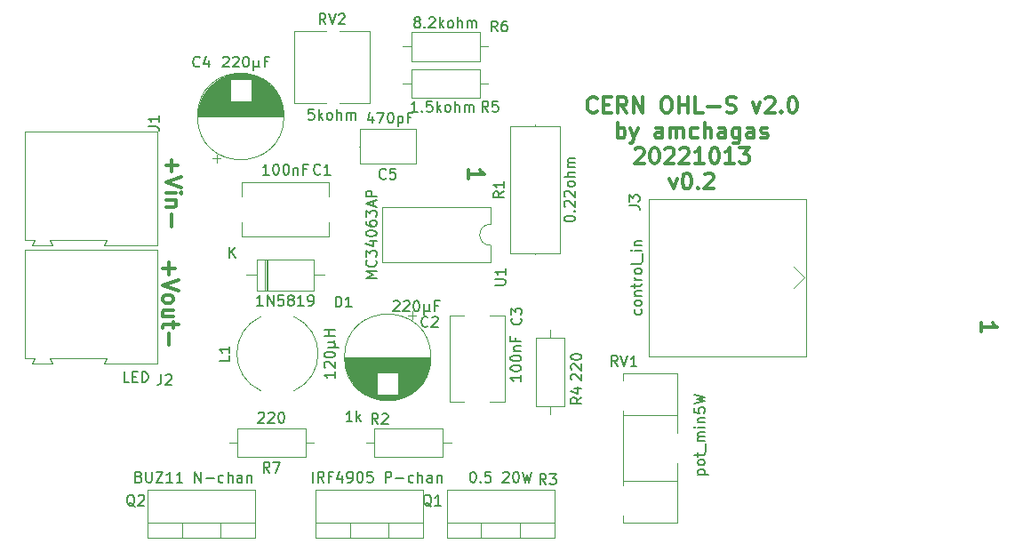
<source format=gbr>
G04 #@! TF.GenerationSoftware,KiCad,Pcbnew,(6.0.2)*
G04 #@! TF.CreationDate,2022-10-13T14:07:27+01:00*
G04 #@! TF.ProjectId,led_driver,6c65645f-6472-4697-9665-722e6b696361,rev?*
G04 #@! TF.SameCoordinates,Original*
G04 #@! TF.FileFunction,Legend,Top*
G04 #@! TF.FilePolarity,Positive*
%FSLAX46Y46*%
G04 Gerber Fmt 4.6, Leading zero omitted, Abs format (unit mm)*
G04 Created by KiCad (PCBNEW (6.0.2)) date 2022-10-13 14:07:27*
%MOMM*%
%LPD*%
G01*
G04 APERTURE LIST*
%ADD10C,0.300000*%
%ADD11C,0.150000*%
%ADD12C,0.120000*%
G04 APERTURE END LIST*
D10*
X140928571Y-63413214D02*
X140857142Y-63484642D01*
X140642857Y-63556071D01*
X140500000Y-63556071D01*
X140285714Y-63484642D01*
X140142857Y-63341785D01*
X140071428Y-63198928D01*
X140000000Y-62913214D01*
X140000000Y-62698928D01*
X140071428Y-62413214D01*
X140142857Y-62270357D01*
X140285714Y-62127500D01*
X140500000Y-62056071D01*
X140642857Y-62056071D01*
X140857142Y-62127500D01*
X140928571Y-62198928D01*
X141571428Y-62770357D02*
X142071428Y-62770357D01*
X142285714Y-63556071D02*
X141571428Y-63556071D01*
X141571428Y-62056071D01*
X142285714Y-62056071D01*
X143785714Y-63556071D02*
X143285714Y-62841785D01*
X142928571Y-63556071D02*
X142928571Y-62056071D01*
X143500000Y-62056071D01*
X143642857Y-62127500D01*
X143714285Y-62198928D01*
X143785714Y-62341785D01*
X143785714Y-62556071D01*
X143714285Y-62698928D01*
X143642857Y-62770357D01*
X143500000Y-62841785D01*
X142928571Y-62841785D01*
X144428571Y-63556071D02*
X144428571Y-62056071D01*
X145285714Y-63556071D01*
X145285714Y-62056071D01*
X147428571Y-62056071D02*
X147714285Y-62056071D01*
X147857142Y-62127500D01*
X148000000Y-62270357D01*
X148071428Y-62556071D01*
X148071428Y-63056071D01*
X148000000Y-63341785D01*
X147857142Y-63484642D01*
X147714285Y-63556071D01*
X147428571Y-63556071D01*
X147285714Y-63484642D01*
X147142857Y-63341785D01*
X147071428Y-63056071D01*
X147071428Y-62556071D01*
X147142857Y-62270357D01*
X147285714Y-62127500D01*
X147428571Y-62056071D01*
X148714285Y-63556071D02*
X148714285Y-62056071D01*
X148714285Y-62770357D02*
X149571428Y-62770357D01*
X149571428Y-63556071D02*
X149571428Y-62056071D01*
X151000000Y-63556071D02*
X150285714Y-63556071D01*
X150285714Y-62056071D01*
X151500000Y-62984642D02*
X152642857Y-62984642D01*
X153285714Y-63484642D02*
X153500000Y-63556071D01*
X153857142Y-63556071D01*
X154000000Y-63484642D01*
X154071428Y-63413214D01*
X154142857Y-63270357D01*
X154142857Y-63127500D01*
X154071428Y-62984642D01*
X154000000Y-62913214D01*
X153857142Y-62841785D01*
X153571428Y-62770357D01*
X153428571Y-62698928D01*
X153357142Y-62627500D01*
X153285714Y-62484642D01*
X153285714Y-62341785D01*
X153357142Y-62198928D01*
X153428571Y-62127500D01*
X153571428Y-62056071D01*
X153928571Y-62056071D01*
X154142857Y-62127500D01*
X155785714Y-62556071D02*
X156142857Y-63556071D01*
X156500000Y-62556071D01*
X157000000Y-62198928D02*
X157071428Y-62127500D01*
X157214285Y-62056071D01*
X157571428Y-62056071D01*
X157714285Y-62127500D01*
X157785714Y-62198928D01*
X157857142Y-62341785D01*
X157857142Y-62484642D01*
X157785714Y-62698928D01*
X156928571Y-63556071D01*
X157857142Y-63556071D01*
X158500000Y-63413214D02*
X158571428Y-63484642D01*
X158500000Y-63556071D01*
X158428571Y-63484642D01*
X158500000Y-63413214D01*
X158500000Y-63556071D01*
X159499999Y-62056071D02*
X159642857Y-62056071D01*
X159785714Y-62127500D01*
X159857142Y-62198928D01*
X159928571Y-62341785D01*
X159999999Y-62627500D01*
X159999999Y-62984642D01*
X159928571Y-63270357D01*
X159857142Y-63413214D01*
X159785714Y-63484642D01*
X159642857Y-63556071D01*
X159499999Y-63556071D01*
X159357142Y-63484642D01*
X159285714Y-63413214D01*
X159214285Y-63270357D01*
X159142857Y-62984642D01*
X159142857Y-62627500D01*
X159214285Y-62341785D01*
X159285714Y-62198928D01*
X159357142Y-62127500D01*
X159499999Y-62056071D01*
X142892857Y-65971071D02*
X142892857Y-64471071D01*
X142892857Y-65042500D02*
X143035714Y-64971071D01*
X143321428Y-64971071D01*
X143464285Y-65042500D01*
X143535714Y-65113928D01*
X143607142Y-65256785D01*
X143607142Y-65685357D01*
X143535714Y-65828214D01*
X143464285Y-65899642D01*
X143321428Y-65971071D01*
X143035714Y-65971071D01*
X142892857Y-65899642D01*
X144107142Y-64971071D02*
X144464285Y-65971071D01*
X144821428Y-64971071D02*
X144464285Y-65971071D01*
X144321428Y-66328214D01*
X144250000Y-66399642D01*
X144107142Y-66471071D01*
X147178571Y-65971071D02*
X147178571Y-65185357D01*
X147107142Y-65042500D01*
X146964285Y-64971071D01*
X146678571Y-64971071D01*
X146535714Y-65042500D01*
X147178571Y-65899642D02*
X147035714Y-65971071D01*
X146678571Y-65971071D01*
X146535714Y-65899642D01*
X146464285Y-65756785D01*
X146464285Y-65613928D01*
X146535714Y-65471071D01*
X146678571Y-65399642D01*
X147035714Y-65399642D01*
X147178571Y-65328214D01*
X147892857Y-65971071D02*
X147892857Y-64971071D01*
X147892857Y-65113928D02*
X147964285Y-65042500D01*
X148107142Y-64971071D01*
X148321428Y-64971071D01*
X148464285Y-65042500D01*
X148535714Y-65185357D01*
X148535714Y-65971071D01*
X148535714Y-65185357D02*
X148607142Y-65042500D01*
X148750000Y-64971071D01*
X148964285Y-64971071D01*
X149107142Y-65042500D01*
X149178571Y-65185357D01*
X149178571Y-65971071D01*
X150535714Y-65899642D02*
X150392857Y-65971071D01*
X150107142Y-65971071D01*
X149964285Y-65899642D01*
X149892857Y-65828214D01*
X149821428Y-65685357D01*
X149821428Y-65256785D01*
X149892857Y-65113928D01*
X149964285Y-65042500D01*
X150107142Y-64971071D01*
X150392857Y-64971071D01*
X150535714Y-65042500D01*
X151178571Y-65971071D02*
X151178571Y-64471071D01*
X151821428Y-65971071D02*
X151821428Y-65185357D01*
X151750000Y-65042500D01*
X151607142Y-64971071D01*
X151392857Y-64971071D01*
X151250000Y-65042500D01*
X151178571Y-65113928D01*
X153178571Y-65971071D02*
X153178571Y-65185357D01*
X153107142Y-65042500D01*
X152964285Y-64971071D01*
X152678571Y-64971071D01*
X152535714Y-65042500D01*
X153178571Y-65899642D02*
X153035714Y-65971071D01*
X152678571Y-65971071D01*
X152535714Y-65899642D01*
X152464285Y-65756785D01*
X152464285Y-65613928D01*
X152535714Y-65471071D01*
X152678571Y-65399642D01*
X153035714Y-65399642D01*
X153178571Y-65328214D01*
X154535714Y-64971071D02*
X154535714Y-66185357D01*
X154464285Y-66328214D01*
X154392857Y-66399642D01*
X154250000Y-66471071D01*
X154035714Y-66471071D01*
X153892857Y-66399642D01*
X154535714Y-65899642D02*
X154392857Y-65971071D01*
X154107142Y-65971071D01*
X153964285Y-65899642D01*
X153892857Y-65828214D01*
X153821428Y-65685357D01*
X153821428Y-65256785D01*
X153892857Y-65113928D01*
X153964285Y-65042500D01*
X154107142Y-64971071D01*
X154392857Y-64971071D01*
X154535714Y-65042500D01*
X155892857Y-65971071D02*
X155892857Y-65185357D01*
X155821428Y-65042500D01*
X155678571Y-64971071D01*
X155392857Y-64971071D01*
X155250000Y-65042500D01*
X155892857Y-65899642D02*
X155750000Y-65971071D01*
X155392857Y-65971071D01*
X155250000Y-65899642D01*
X155178571Y-65756785D01*
X155178571Y-65613928D01*
X155250000Y-65471071D01*
X155392857Y-65399642D01*
X155750000Y-65399642D01*
X155892857Y-65328214D01*
X156535714Y-65899642D02*
X156678571Y-65971071D01*
X156964285Y-65971071D01*
X157107142Y-65899642D01*
X157178571Y-65756785D01*
X157178571Y-65685357D01*
X157107142Y-65542500D01*
X156964285Y-65471071D01*
X156750000Y-65471071D01*
X156607142Y-65399642D01*
X156535714Y-65256785D01*
X156535714Y-65185357D01*
X156607142Y-65042500D01*
X156750000Y-64971071D01*
X156964285Y-64971071D01*
X157107142Y-65042500D01*
X144571428Y-67028928D02*
X144642857Y-66957500D01*
X144785714Y-66886071D01*
X145142857Y-66886071D01*
X145285714Y-66957500D01*
X145357142Y-67028928D01*
X145428571Y-67171785D01*
X145428571Y-67314642D01*
X145357142Y-67528928D01*
X144500000Y-68386071D01*
X145428571Y-68386071D01*
X146357142Y-66886071D02*
X146500000Y-66886071D01*
X146642857Y-66957500D01*
X146714285Y-67028928D01*
X146785714Y-67171785D01*
X146857142Y-67457500D01*
X146857142Y-67814642D01*
X146785714Y-68100357D01*
X146714285Y-68243214D01*
X146642857Y-68314642D01*
X146500000Y-68386071D01*
X146357142Y-68386071D01*
X146214285Y-68314642D01*
X146142857Y-68243214D01*
X146071428Y-68100357D01*
X146000000Y-67814642D01*
X146000000Y-67457500D01*
X146071428Y-67171785D01*
X146142857Y-67028928D01*
X146214285Y-66957500D01*
X146357142Y-66886071D01*
X147428571Y-67028928D02*
X147500000Y-66957500D01*
X147642857Y-66886071D01*
X148000000Y-66886071D01*
X148142857Y-66957500D01*
X148214285Y-67028928D01*
X148285714Y-67171785D01*
X148285714Y-67314642D01*
X148214285Y-67528928D01*
X147357142Y-68386071D01*
X148285714Y-68386071D01*
X148857142Y-67028928D02*
X148928571Y-66957500D01*
X149071428Y-66886071D01*
X149428571Y-66886071D01*
X149571428Y-66957500D01*
X149642857Y-67028928D01*
X149714285Y-67171785D01*
X149714285Y-67314642D01*
X149642857Y-67528928D01*
X148785714Y-68386071D01*
X149714285Y-68386071D01*
X151142857Y-68386071D02*
X150285714Y-68386071D01*
X150714285Y-68386071D02*
X150714285Y-66886071D01*
X150571428Y-67100357D01*
X150428571Y-67243214D01*
X150285714Y-67314642D01*
X152071428Y-66886071D02*
X152214285Y-66886071D01*
X152357142Y-66957500D01*
X152428571Y-67028928D01*
X152500000Y-67171785D01*
X152571428Y-67457500D01*
X152571428Y-67814642D01*
X152500000Y-68100357D01*
X152428571Y-68243214D01*
X152357142Y-68314642D01*
X152214285Y-68386071D01*
X152071428Y-68386071D01*
X151928571Y-68314642D01*
X151857142Y-68243214D01*
X151785714Y-68100357D01*
X151714285Y-67814642D01*
X151714285Y-67457500D01*
X151785714Y-67171785D01*
X151857142Y-67028928D01*
X151928571Y-66957500D01*
X152071428Y-66886071D01*
X154000000Y-68386071D02*
X153142857Y-68386071D01*
X153571428Y-68386071D02*
X153571428Y-66886071D01*
X153428571Y-67100357D01*
X153285714Y-67243214D01*
X153142857Y-67314642D01*
X154500000Y-66886071D02*
X155428571Y-66886071D01*
X154928571Y-67457500D01*
X155142857Y-67457500D01*
X155285714Y-67528928D01*
X155357142Y-67600357D01*
X155428571Y-67743214D01*
X155428571Y-68100357D01*
X155357142Y-68243214D01*
X155285714Y-68314642D01*
X155142857Y-68386071D01*
X154714285Y-68386071D01*
X154571428Y-68314642D01*
X154500000Y-68243214D01*
X147857142Y-69801071D02*
X148214285Y-70801071D01*
X148571428Y-69801071D01*
X149428571Y-69301071D02*
X149571428Y-69301071D01*
X149714285Y-69372500D01*
X149785714Y-69443928D01*
X149857142Y-69586785D01*
X149928571Y-69872500D01*
X149928571Y-70229642D01*
X149857142Y-70515357D01*
X149785714Y-70658214D01*
X149714285Y-70729642D01*
X149571428Y-70801071D01*
X149428571Y-70801071D01*
X149285714Y-70729642D01*
X149214285Y-70658214D01*
X149142857Y-70515357D01*
X149071428Y-70229642D01*
X149071428Y-69872500D01*
X149142857Y-69586785D01*
X149214285Y-69443928D01*
X149285714Y-69372500D01*
X149428571Y-69301071D01*
X150571428Y-70658214D02*
X150642857Y-70729642D01*
X150571428Y-70801071D01*
X150500000Y-70729642D01*
X150571428Y-70658214D01*
X150571428Y-70801071D01*
X151214285Y-69443928D02*
X151285714Y-69372500D01*
X151428571Y-69301071D01*
X151785714Y-69301071D01*
X151928571Y-69372500D01*
X152000000Y-69443928D01*
X152071428Y-69586785D01*
X152071428Y-69729642D01*
X152000000Y-69943928D01*
X151142857Y-70801071D01*
X152071428Y-70801071D01*
X128721428Y-69828571D02*
X128721428Y-68971428D01*
X128721428Y-69400000D02*
X130221428Y-69400000D01*
X130007142Y-69257142D01*
X129864285Y-69114285D01*
X129792857Y-68971428D01*
X100142857Y-77821428D02*
X100142857Y-78964285D01*
X99571428Y-78392857D02*
X100714285Y-78392857D01*
X101071428Y-79464285D02*
X99571428Y-79964285D01*
X101071428Y-80464285D01*
X99571428Y-81178571D02*
X99642857Y-81035714D01*
X99714285Y-80964285D01*
X99857142Y-80892857D01*
X100285714Y-80892857D01*
X100428571Y-80964285D01*
X100500000Y-81035714D01*
X100571428Y-81178571D01*
X100571428Y-81392857D01*
X100500000Y-81535714D01*
X100428571Y-81607142D01*
X100285714Y-81678571D01*
X99857142Y-81678571D01*
X99714285Y-81607142D01*
X99642857Y-81535714D01*
X99571428Y-81392857D01*
X99571428Y-81178571D01*
X100571428Y-82964285D02*
X99571428Y-82964285D01*
X100571428Y-82321428D02*
X99785714Y-82321428D01*
X99642857Y-82392857D01*
X99571428Y-82535714D01*
X99571428Y-82750000D01*
X99642857Y-82892857D01*
X99714285Y-82964285D01*
X100571428Y-83464285D02*
X100571428Y-84035714D01*
X101071428Y-83678571D02*
X99785714Y-83678571D01*
X99642857Y-83750000D01*
X99571428Y-83892857D01*
X99571428Y-84035714D01*
X100142857Y-84535714D02*
X100142857Y-85678571D01*
X100442857Y-68021428D02*
X100442857Y-69164285D01*
X99871428Y-68592857D02*
X101014285Y-68592857D01*
X101371428Y-69664285D02*
X99871428Y-70164285D01*
X101371428Y-70664285D01*
X99871428Y-71164285D02*
X100871428Y-71164285D01*
X101371428Y-71164285D02*
X101300000Y-71092857D01*
X101228571Y-71164285D01*
X101300000Y-71235714D01*
X101371428Y-71164285D01*
X101228571Y-71164285D01*
X100871428Y-71878571D02*
X99871428Y-71878571D01*
X100728571Y-71878571D02*
X100800000Y-71950000D01*
X100871428Y-72092857D01*
X100871428Y-72307142D01*
X100800000Y-72450000D01*
X100657142Y-72521428D01*
X99871428Y-72521428D01*
X100442857Y-73235714D02*
X100442857Y-74378571D01*
X177571428Y-84428571D02*
X177571428Y-83571428D01*
X177571428Y-84000000D02*
X179071428Y-84000000D01*
X178857142Y-83857142D01*
X178714285Y-83714285D01*
X178642857Y-83571428D01*
D11*
X120833333Y-69777142D02*
X120785714Y-69824761D01*
X120642857Y-69872380D01*
X120547619Y-69872380D01*
X120404761Y-69824761D01*
X120309523Y-69729523D01*
X120261904Y-69634285D01*
X120214285Y-69443809D01*
X120214285Y-69300952D01*
X120261904Y-69110476D01*
X120309523Y-69015238D01*
X120404761Y-68920000D01*
X120547619Y-68872380D01*
X120642857Y-68872380D01*
X120785714Y-68920000D01*
X120833333Y-68967619D01*
X121738095Y-68872380D02*
X121261904Y-68872380D01*
X121214285Y-69348571D01*
X121261904Y-69300952D01*
X121357142Y-69253333D01*
X121595238Y-69253333D01*
X121690476Y-69300952D01*
X121738095Y-69348571D01*
X121785714Y-69443809D01*
X121785714Y-69681904D01*
X121738095Y-69777142D01*
X121690476Y-69824761D01*
X121595238Y-69872380D01*
X121357142Y-69872380D01*
X121261904Y-69824761D01*
X121214285Y-69777142D01*
X119557142Y-63865714D02*
X119557142Y-64532380D01*
X119319047Y-63484761D02*
X119080952Y-64199047D01*
X119700000Y-64199047D01*
X119985714Y-63532380D02*
X120652380Y-63532380D01*
X120223809Y-64532380D01*
X121223809Y-63532380D02*
X121319047Y-63532380D01*
X121414285Y-63580000D01*
X121461904Y-63627619D01*
X121509523Y-63722857D01*
X121557142Y-63913333D01*
X121557142Y-64151428D01*
X121509523Y-64341904D01*
X121461904Y-64437142D01*
X121414285Y-64484761D01*
X121319047Y-64532380D01*
X121223809Y-64532380D01*
X121128571Y-64484761D01*
X121080952Y-64437142D01*
X121033333Y-64341904D01*
X120985714Y-64151428D01*
X120985714Y-63913333D01*
X121033333Y-63722857D01*
X121080952Y-63627619D01*
X121128571Y-63580000D01*
X121223809Y-63532380D01*
X121985714Y-63865714D02*
X121985714Y-64865714D01*
X121985714Y-63913333D02*
X122080952Y-63865714D01*
X122271428Y-63865714D01*
X122366666Y-63913333D01*
X122414285Y-63960952D01*
X122461904Y-64056190D01*
X122461904Y-64341904D01*
X122414285Y-64437142D01*
X122366666Y-64484761D01*
X122271428Y-64532380D01*
X122080952Y-64532380D01*
X121985714Y-64484761D01*
X123223809Y-64008571D02*
X122890476Y-64008571D01*
X122890476Y-64532380D02*
X122890476Y-63532380D01*
X123366666Y-63532380D01*
X115094761Y-55112380D02*
X114761428Y-54636190D01*
X114523333Y-55112380D02*
X114523333Y-54112380D01*
X114904285Y-54112380D01*
X114999523Y-54160000D01*
X115047142Y-54207619D01*
X115094761Y-54302857D01*
X115094761Y-54445714D01*
X115047142Y-54540952D01*
X114999523Y-54588571D01*
X114904285Y-54636190D01*
X114523333Y-54636190D01*
X115380476Y-54112380D02*
X115713809Y-55112380D01*
X116047142Y-54112380D01*
X116332857Y-54207619D02*
X116380476Y-54160000D01*
X116475714Y-54112380D01*
X116713809Y-54112380D01*
X116809047Y-54160000D01*
X116856666Y-54207619D01*
X116904285Y-54302857D01*
X116904285Y-54398095D01*
X116856666Y-54540952D01*
X116285238Y-55112380D01*
X116904285Y-55112380D01*
X113951904Y-63212380D02*
X113475714Y-63212380D01*
X113428095Y-63688571D01*
X113475714Y-63640952D01*
X113570952Y-63593333D01*
X113809047Y-63593333D01*
X113904285Y-63640952D01*
X113951904Y-63688571D01*
X113999523Y-63783809D01*
X113999523Y-64021904D01*
X113951904Y-64117142D01*
X113904285Y-64164761D01*
X113809047Y-64212380D01*
X113570952Y-64212380D01*
X113475714Y-64164761D01*
X113428095Y-64117142D01*
X114428095Y-64212380D02*
X114428095Y-63212380D01*
X114523333Y-63831428D02*
X114809047Y-64212380D01*
X114809047Y-63545714D02*
X114428095Y-63926666D01*
X115380476Y-64212380D02*
X115285238Y-64164761D01*
X115237619Y-64117142D01*
X115190000Y-64021904D01*
X115190000Y-63736190D01*
X115237619Y-63640952D01*
X115285238Y-63593333D01*
X115380476Y-63545714D01*
X115523333Y-63545714D01*
X115618571Y-63593333D01*
X115666190Y-63640952D01*
X115713809Y-63736190D01*
X115713809Y-64021904D01*
X115666190Y-64117142D01*
X115618571Y-64164761D01*
X115523333Y-64212380D01*
X115380476Y-64212380D01*
X116142380Y-64212380D02*
X116142380Y-63212380D01*
X116570952Y-64212380D02*
X116570952Y-63688571D01*
X116523333Y-63593333D01*
X116428095Y-63545714D01*
X116285238Y-63545714D01*
X116190000Y-63593333D01*
X116142380Y-63640952D01*
X117047142Y-64212380D02*
X117047142Y-63545714D01*
X117047142Y-63640952D02*
X117094761Y-63593333D01*
X117190000Y-63545714D01*
X117332857Y-63545714D01*
X117428095Y-63593333D01*
X117475714Y-63688571D01*
X117475714Y-64212380D01*
X117475714Y-63688571D02*
X117523333Y-63593333D01*
X117618571Y-63545714D01*
X117761428Y-63545714D01*
X117856666Y-63593333D01*
X117904285Y-63688571D01*
X117904285Y-64212380D01*
X142904761Y-87702380D02*
X142571428Y-87226190D01*
X142333333Y-87702380D02*
X142333333Y-86702380D01*
X142714285Y-86702380D01*
X142809523Y-86750000D01*
X142857142Y-86797619D01*
X142904761Y-86892857D01*
X142904761Y-87035714D01*
X142857142Y-87130952D01*
X142809523Y-87178571D01*
X142714285Y-87226190D01*
X142333333Y-87226190D01*
X143190476Y-86702380D02*
X143523809Y-87702380D01*
X143857142Y-86702380D01*
X144714285Y-87702380D02*
X144142857Y-87702380D01*
X144428571Y-87702380D02*
X144428571Y-86702380D01*
X144333333Y-86845238D01*
X144238095Y-86940476D01*
X144142857Y-86988095D01*
X150535714Y-97988095D02*
X151535714Y-97988095D01*
X150583333Y-97988095D02*
X150535714Y-97892857D01*
X150535714Y-97702380D01*
X150583333Y-97607142D01*
X150630952Y-97559523D01*
X150726190Y-97511904D01*
X151011904Y-97511904D01*
X151107142Y-97559523D01*
X151154761Y-97607142D01*
X151202380Y-97702380D01*
X151202380Y-97892857D01*
X151154761Y-97988095D01*
X151202380Y-96940476D02*
X151154761Y-97035714D01*
X151107142Y-97083333D01*
X151011904Y-97130952D01*
X150726190Y-97130952D01*
X150630952Y-97083333D01*
X150583333Y-97035714D01*
X150535714Y-96940476D01*
X150535714Y-96797619D01*
X150583333Y-96702380D01*
X150630952Y-96654761D01*
X150726190Y-96607142D01*
X151011904Y-96607142D01*
X151107142Y-96654761D01*
X151154761Y-96702380D01*
X151202380Y-96797619D01*
X151202380Y-96940476D01*
X150535714Y-96321428D02*
X150535714Y-95940476D01*
X150202380Y-96178571D02*
X151059523Y-96178571D01*
X151154761Y-96130952D01*
X151202380Y-96035714D01*
X151202380Y-95940476D01*
X151297619Y-95845238D02*
X151297619Y-95083333D01*
X151202380Y-94845238D02*
X150535714Y-94845238D01*
X150630952Y-94845238D02*
X150583333Y-94797619D01*
X150535714Y-94702380D01*
X150535714Y-94559523D01*
X150583333Y-94464285D01*
X150678571Y-94416666D01*
X151202380Y-94416666D01*
X150678571Y-94416666D02*
X150583333Y-94369047D01*
X150535714Y-94273809D01*
X150535714Y-94130952D01*
X150583333Y-94035714D01*
X150678571Y-93988095D01*
X151202380Y-93988095D01*
X151202380Y-93511904D02*
X150535714Y-93511904D01*
X150202380Y-93511904D02*
X150250000Y-93559523D01*
X150297619Y-93511904D01*
X150250000Y-93464285D01*
X150202380Y-93511904D01*
X150297619Y-93511904D01*
X150535714Y-93035714D02*
X151202380Y-93035714D01*
X150630952Y-93035714D02*
X150583333Y-92988095D01*
X150535714Y-92892857D01*
X150535714Y-92750000D01*
X150583333Y-92654761D01*
X150678571Y-92607142D01*
X151202380Y-92607142D01*
X150202380Y-91654761D02*
X150202380Y-92130952D01*
X150678571Y-92178571D01*
X150630952Y-92130952D01*
X150583333Y-92035714D01*
X150583333Y-91797619D01*
X150630952Y-91702380D01*
X150678571Y-91654761D01*
X150773809Y-91607142D01*
X151011904Y-91607142D01*
X151107142Y-91654761D01*
X151154761Y-91702380D01*
X151202380Y-91797619D01*
X151202380Y-92035714D01*
X151154761Y-92130952D01*
X151107142Y-92178571D01*
X150202380Y-91273809D02*
X151202380Y-91035714D01*
X150488095Y-90845238D01*
X151202380Y-90654761D01*
X150202380Y-90416666D01*
X109753333Y-97822380D02*
X109420000Y-97346190D01*
X109181904Y-97822380D02*
X109181904Y-96822380D01*
X109562857Y-96822380D01*
X109658095Y-96870000D01*
X109705714Y-96917619D01*
X109753333Y-97012857D01*
X109753333Y-97155714D01*
X109705714Y-97250952D01*
X109658095Y-97298571D01*
X109562857Y-97346190D01*
X109181904Y-97346190D01*
X110086666Y-96822380D02*
X110753333Y-96822380D01*
X110324761Y-97822380D01*
X108681904Y-92177619D02*
X108729523Y-92130000D01*
X108824761Y-92082380D01*
X109062857Y-92082380D01*
X109158095Y-92130000D01*
X109205714Y-92177619D01*
X109253333Y-92272857D01*
X109253333Y-92368095D01*
X109205714Y-92510952D01*
X108634285Y-93082380D01*
X109253333Y-93082380D01*
X109634285Y-92177619D02*
X109681904Y-92130000D01*
X109777142Y-92082380D01*
X110015238Y-92082380D01*
X110110476Y-92130000D01*
X110158095Y-92177619D01*
X110205714Y-92272857D01*
X110205714Y-92368095D01*
X110158095Y-92510952D01*
X109586666Y-93082380D01*
X110205714Y-93082380D01*
X110824761Y-92082380D02*
X110920000Y-92082380D01*
X111015238Y-92130000D01*
X111062857Y-92177619D01*
X111110476Y-92272857D01*
X111158095Y-92463333D01*
X111158095Y-92701428D01*
X111110476Y-92891904D01*
X111062857Y-92987142D01*
X111015238Y-93034761D01*
X110920000Y-93082380D01*
X110824761Y-93082380D01*
X110729523Y-93034761D01*
X110681904Y-92987142D01*
X110634285Y-92891904D01*
X110586666Y-92701428D01*
X110586666Y-92463333D01*
X110634285Y-92272857D01*
X110681904Y-92177619D01*
X110729523Y-92130000D01*
X110824761Y-92082380D01*
X136083333Y-98952380D02*
X135750000Y-98476190D01*
X135511904Y-98952380D02*
X135511904Y-97952380D01*
X135892857Y-97952380D01*
X135988095Y-98000000D01*
X136035714Y-98047619D01*
X136083333Y-98142857D01*
X136083333Y-98285714D01*
X136035714Y-98380952D01*
X135988095Y-98428571D01*
X135892857Y-98476190D01*
X135511904Y-98476190D01*
X136416666Y-97952380D02*
X137035714Y-97952380D01*
X136702380Y-98333333D01*
X136845238Y-98333333D01*
X136940476Y-98380952D01*
X136988095Y-98428571D01*
X137035714Y-98523809D01*
X137035714Y-98761904D01*
X136988095Y-98857142D01*
X136940476Y-98904761D01*
X136845238Y-98952380D01*
X136559523Y-98952380D01*
X136464285Y-98904761D01*
X136416666Y-98857142D01*
X129083333Y-97757380D02*
X129178571Y-97757380D01*
X129273809Y-97805000D01*
X129321428Y-97852619D01*
X129369047Y-97947857D01*
X129416666Y-98138333D01*
X129416666Y-98376428D01*
X129369047Y-98566904D01*
X129321428Y-98662142D01*
X129273809Y-98709761D01*
X129178571Y-98757380D01*
X129083333Y-98757380D01*
X128988095Y-98709761D01*
X128940476Y-98662142D01*
X128892857Y-98566904D01*
X128845238Y-98376428D01*
X128845238Y-98138333D01*
X128892857Y-97947857D01*
X128940476Y-97852619D01*
X128988095Y-97805000D01*
X129083333Y-97757380D01*
X129845238Y-98662142D02*
X129892857Y-98709761D01*
X129845238Y-98757380D01*
X129797619Y-98709761D01*
X129845238Y-98662142D01*
X129845238Y-98757380D01*
X130797619Y-97757380D02*
X130321428Y-97757380D01*
X130273809Y-98233571D01*
X130321428Y-98185952D01*
X130416666Y-98138333D01*
X130654761Y-98138333D01*
X130750000Y-98185952D01*
X130797619Y-98233571D01*
X130845238Y-98328809D01*
X130845238Y-98566904D01*
X130797619Y-98662142D01*
X130750000Y-98709761D01*
X130654761Y-98757380D01*
X130416666Y-98757380D01*
X130321428Y-98709761D01*
X130273809Y-98662142D01*
X131988095Y-97852619D02*
X132035714Y-97805000D01*
X132130952Y-97757380D01*
X132369047Y-97757380D01*
X132464285Y-97805000D01*
X132511904Y-97852619D01*
X132559523Y-97947857D01*
X132559523Y-98043095D01*
X132511904Y-98185952D01*
X131940476Y-98757380D01*
X132559523Y-98757380D01*
X133178571Y-97757380D02*
X133273809Y-97757380D01*
X133369047Y-97805000D01*
X133416666Y-97852619D01*
X133464285Y-97947857D01*
X133511904Y-98138333D01*
X133511904Y-98376428D01*
X133464285Y-98566904D01*
X133416666Y-98662142D01*
X133369047Y-98709761D01*
X133273809Y-98757380D01*
X133178571Y-98757380D01*
X133083333Y-98709761D01*
X133035714Y-98662142D01*
X132988095Y-98566904D01*
X132940476Y-98376428D01*
X132940476Y-98138333D01*
X132988095Y-97947857D01*
X133035714Y-97852619D01*
X133083333Y-97805000D01*
X133178571Y-97757380D01*
X133845238Y-97757380D02*
X134083333Y-98757380D01*
X134273809Y-98043095D01*
X134464285Y-98757380D01*
X134702380Y-97757380D01*
X120083333Y-93202380D02*
X119750000Y-92726190D01*
X119511904Y-93202380D02*
X119511904Y-92202380D01*
X119892857Y-92202380D01*
X119988095Y-92250000D01*
X120035714Y-92297619D01*
X120083333Y-92392857D01*
X120083333Y-92535714D01*
X120035714Y-92630952D01*
X119988095Y-92678571D01*
X119892857Y-92726190D01*
X119511904Y-92726190D01*
X120464285Y-92297619D02*
X120511904Y-92250000D01*
X120607142Y-92202380D01*
X120845238Y-92202380D01*
X120940476Y-92250000D01*
X120988095Y-92297619D01*
X121035714Y-92392857D01*
X121035714Y-92488095D01*
X120988095Y-92630952D01*
X120416666Y-93202380D01*
X121035714Y-93202380D01*
X117630952Y-92952380D02*
X117059523Y-92952380D01*
X117345238Y-92952380D02*
X117345238Y-91952380D01*
X117250000Y-92095238D01*
X117154761Y-92190476D01*
X117059523Y-92238095D01*
X118059523Y-92952380D02*
X118059523Y-91952380D01*
X118154761Y-92571428D02*
X118440476Y-92952380D01*
X118440476Y-92285714D02*
X118059523Y-92666666D01*
X132082380Y-71046666D02*
X131606190Y-71380000D01*
X132082380Y-71618095D02*
X131082380Y-71618095D01*
X131082380Y-71237142D01*
X131130000Y-71141904D01*
X131177619Y-71094285D01*
X131272857Y-71046666D01*
X131415714Y-71046666D01*
X131510952Y-71094285D01*
X131558571Y-71141904D01*
X131606190Y-71237142D01*
X131606190Y-71618095D01*
X132082380Y-70094285D02*
X132082380Y-70665714D01*
X132082380Y-70380000D02*
X131082380Y-70380000D01*
X131225238Y-70475238D01*
X131320476Y-70570476D01*
X131368095Y-70665714D01*
X137822380Y-73689523D02*
X137822380Y-73594285D01*
X137870000Y-73499047D01*
X137917619Y-73451428D01*
X138012857Y-73403809D01*
X138203333Y-73356190D01*
X138441428Y-73356190D01*
X138631904Y-73403809D01*
X138727142Y-73451428D01*
X138774761Y-73499047D01*
X138822380Y-73594285D01*
X138822380Y-73689523D01*
X138774761Y-73784761D01*
X138727142Y-73832380D01*
X138631904Y-73880000D01*
X138441428Y-73927619D01*
X138203333Y-73927619D01*
X138012857Y-73880000D01*
X137917619Y-73832380D01*
X137870000Y-73784761D01*
X137822380Y-73689523D01*
X138727142Y-72927619D02*
X138774761Y-72880000D01*
X138822380Y-72927619D01*
X138774761Y-72975238D01*
X138727142Y-72927619D01*
X138822380Y-72927619D01*
X137917619Y-72499047D02*
X137870000Y-72451428D01*
X137822380Y-72356190D01*
X137822380Y-72118095D01*
X137870000Y-72022857D01*
X137917619Y-71975238D01*
X138012857Y-71927619D01*
X138108095Y-71927619D01*
X138250952Y-71975238D01*
X138822380Y-72546666D01*
X138822380Y-71927619D01*
X137917619Y-71546666D02*
X137870000Y-71499047D01*
X137822380Y-71403809D01*
X137822380Y-71165714D01*
X137870000Y-71070476D01*
X137917619Y-71022857D01*
X138012857Y-70975238D01*
X138108095Y-70975238D01*
X138250952Y-71022857D01*
X138822380Y-71594285D01*
X138822380Y-70975238D01*
X138822380Y-70403809D02*
X138774761Y-70499047D01*
X138727142Y-70546666D01*
X138631904Y-70594285D01*
X138346190Y-70594285D01*
X138250952Y-70546666D01*
X138203333Y-70499047D01*
X138155714Y-70403809D01*
X138155714Y-70260952D01*
X138203333Y-70165714D01*
X138250952Y-70118095D01*
X138346190Y-70070476D01*
X138631904Y-70070476D01*
X138727142Y-70118095D01*
X138774761Y-70165714D01*
X138822380Y-70260952D01*
X138822380Y-70403809D01*
X138822380Y-69641904D02*
X137822380Y-69641904D01*
X138822380Y-69213333D02*
X138298571Y-69213333D01*
X138203333Y-69260952D01*
X138155714Y-69356190D01*
X138155714Y-69499047D01*
X138203333Y-69594285D01*
X138250952Y-69641904D01*
X138822380Y-68737142D02*
X138155714Y-68737142D01*
X138250952Y-68737142D02*
X138203333Y-68689523D01*
X138155714Y-68594285D01*
X138155714Y-68451428D01*
X138203333Y-68356190D01*
X138298571Y-68308571D01*
X138822380Y-68308571D01*
X138298571Y-68308571D02*
X138203333Y-68260952D01*
X138155714Y-68165714D01*
X138155714Y-68022857D01*
X138203333Y-67927619D01*
X138298571Y-67880000D01*
X138822380Y-67880000D01*
X96904761Y-101047619D02*
X96809523Y-101000000D01*
X96714285Y-100904761D01*
X96571428Y-100761904D01*
X96476190Y-100714285D01*
X96380952Y-100714285D01*
X96428571Y-100952380D02*
X96333333Y-100904761D01*
X96238095Y-100809523D01*
X96190476Y-100619047D01*
X96190476Y-100285714D01*
X96238095Y-100095238D01*
X96333333Y-100000000D01*
X96428571Y-99952380D01*
X96619047Y-99952380D01*
X96714285Y-100000000D01*
X96809523Y-100095238D01*
X96857142Y-100285714D01*
X96857142Y-100619047D01*
X96809523Y-100809523D01*
X96714285Y-100904761D01*
X96619047Y-100952380D01*
X96428571Y-100952380D01*
X97238095Y-100047619D02*
X97285714Y-100000000D01*
X97380952Y-99952380D01*
X97619047Y-99952380D01*
X97714285Y-100000000D01*
X97761904Y-100047619D01*
X97809523Y-100142857D01*
X97809523Y-100238095D01*
X97761904Y-100380952D01*
X97190476Y-100952380D01*
X97809523Y-100952380D01*
X97309523Y-98233571D02*
X97452380Y-98281190D01*
X97500000Y-98328809D01*
X97547619Y-98424047D01*
X97547619Y-98566904D01*
X97500000Y-98662142D01*
X97452380Y-98709761D01*
X97357142Y-98757380D01*
X96976190Y-98757380D01*
X96976190Y-97757380D01*
X97309523Y-97757380D01*
X97404761Y-97805000D01*
X97452380Y-97852619D01*
X97500000Y-97947857D01*
X97500000Y-98043095D01*
X97452380Y-98138333D01*
X97404761Y-98185952D01*
X97309523Y-98233571D01*
X96976190Y-98233571D01*
X97976190Y-97757380D02*
X97976190Y-98566904D01*
X98023809Y-98662142D01*
X98071428Y-98709761D01*
X98166666Y-98757380D01*
X98357142Y-98757380D01*
X98452380Y-98709761D01*
X98500000Y-98662142D01*
X98547619Y-98566904D01*
X98547619Y-97757380D01*
X98928571Y-97757380D02*
X99595238Y-97757380D01*
X98928571Y-98757380D01*
X99595238Y-98757380D01*
X100500000Y-98757380D02*
X99928571Y-98757380D01*
X100214285Y-98757380D02*
X100214285Y-97757380D01*
X100119047Y-97900238D01*
X100023809Y-97995476D01*
X99928571Y-98043095D01*
X101452380Y-98757380D02*
X100880952Y-98757380D01*
X101166666Y-98757380D02*
X101166666Y-97757380D01*
X101071428Y-97900238D01*
X100976190Y-97995476D01*
X100880952Y-98043095D01*
X102642857Y-98757380D02*
X102642857Y-97757380D01*
X103214285Y-98757380D01*
X103214285Y-97757380D01*
X103690476Y-98376428D02*
X104452380Y-98376428D01*
X105357142Y-98709761D02*
X105261904Y-98757380D01*
X105071428Y-98757380D01*
X104976190Y-98709761D01*
X104928571Y-98662142D01*
X104880952Y-98566904D01*
X104880952Y-98281190D01*
X104928571Y-98185952D01*
X104976190Y-98138333D01*
X105071428Y-98090714D01*
X105261904Y-98090714D01*
X105357142Y-98138333D01*
X105785714Y-98757380D02*
X105785714Y-97757380D01*
X106214285Y-98757380D02*
X106214285Y-98233571D01*
X106166666Y-98138333D01*
X106071428Y-98090714D01*
X105928571Y-98090714D01*
X105833333Y-98138333D01*
X105785714Y-98185952D01*
X107119047Y-98757380D02*
X107119047Y-98233571D01*
X107071428Y-98138333D01*
X106976190Y-98090714D01*
X106785714Y-98090714D01*
X106690476Y-98138333D01*
X107119047Y-98709761D02*
X107023809Y-98757380D01*
X106785714Y-98757380D01*
X106690476Y-98709761D01*
X106642857Y-98614523D01*
X106642857Y-98519285D01*
X106690476Y-98424047D01*
X106785714Y-98376428D01*
X107023809Y-98376428D01*
X107119047Y-98328809D01*
X107595238Y-98090714D02*
X107595238Y-98757380D01*
X107595238Y-98185952D02*
X107642857Y-98138333D01*
X107738095Y-98090714D01*
X107880952Y-98090714D01*
X107976190Y-98138333D01*
X108023809Y-98233571D01*
X108023809Y-98757380D01*
X125154761Y-101047619D02*
X125059523Y-101000000D01*
X124964285Y-100904761D01*
X124821428Y-100761904D01*
X124726190Y-100714285D01*
X124630952Y-100714285D01*
X124678571Y-100952380D02*
X124583333Y-100904761D01*
X124488095Y-100809523D01*
X124440476Y-100619047D01*
X124440476Y-100285714D01*
X124488095Y-100095238D01*
X124583333Y-100000000D01*
X124678571Y-99952380D01*
X124869047Y-99952380D01*
X124964285Y-100000000D01*
X125059523Y-100095238D01*
X125107142Y-100285714D01*
X125107142Y-100619047D01*
X125059523Y-100809523D01*
X124964285Y-100904761D01*
X124869047Y-100952380D01*
X124678571Y-100952380D01*
X126059523Y-100952380D02*
X125488095Y-100952380D01*
X125773809Y-100952380D02*
X125773809Y-99952380D01*
X125678571Y-100095238D01*
X125583333Y-100190476D01*
X125488095Y-100238095D01*
X113880952Y-98757380D02*
X113880952Y-97757380D01*
X114928571Y-98757380D02*
X114595238Y-98281190D01*
X114357142Y-98757380D02*
X114357142Y-97757380D01*
X114738095Y-97757380D01*
X114833333Y-97805000D01*
X114880952Y-97852619D01*
X114928571Y-97947857D01*
X114928571Y-98090714D01*
X114880952Y-98185952D01*
X114833333Y-98233571D01*
X114738095Y-98281190D01*
X114357142Y-98281190D01*
X115690476Y-98233571D02*
X115357142Y-98233571D01*
X115357142Y-98757380D02*
X115357142Y-97757380D01*
X115833333Y-97757380D01*
X116642857Y-98090714D02*
X116642857Y-98757380D01*
X116404761Y-97709761D02*
X116166666Y-98424047D01*
X116785714Y-98424047D01*
X117214285Y-98757380D02*
X117404761Y-98757380D01*
X117500000Y-98709761D01*
X117547619Y-98662142D01*
X117642857Y-98519285D01*
X117690476Y-98328809D01*
X117690476Y-97947857D01*
X117642857Y-97852619D01*
X117595238Y-97805000D01*
X117500000Y-97757380D01*
X117309523Y-97757380D01*
X117214285Y-97805000D01*
X117166666Y-97852619D01*
X117119047Y-97947857D01*
X117119047Y-98185952D01*
X117166666Y-98281190D01*
X117214285Y-98328809D01*
X117309523Y-98376428D01*
X117500000Y-98376428D01*
X117595238Y-98328809D01*
X117642857Y-98281190D01*
X117690476Y-98185952D01*
X118309523Y-97757380D02*
X118404761Y-97757380D01*
X118500000Y-97805000D01*
X118547619Y-97852619D01*
X118595238Y-97947857D01*
X118642857Y-98138333D01*
X118642857Y-98376428D01*
X118595238Y-98566904D01*
X118547619Y-98662142D01*
X118500000Y-98709761D01*
X118404761Y-98757380D01*
X118309523Y-98757380D01*
X118214285Y-98709761D01*
X118166666Y-98662142D01*
X118119047Y-98566904D01*
X118071428Y-98376428D01*
X118071428Y-98138333D01*
X118119047Y-97947857D01*
X118166666Y-97852619D01*
X118214285Y-97805000D01*
X118309523Y-97757380D01*
X119547619Y-97757380D02*
X119071428Y-97757380D01*
X119023809Y-98233571D01*
X119071428Y-98185952D01*
X119166666Y-98138333D01*
X119404761Y-98138333D01*
X119500000Y-98185952D01*
X119547619Y-98233571D01*
X119595238Y-98328809D01*
X119595238Y-98566904D01*
X119547619Y-98662142D01*
X119500000Y-98709761D01*
X119404761Y-98757380D01*
X119166666Y-98757380D01*
X119071428Y-98709761D01*
X119023809Y-98662142D01*
X120785714Y-98757380D02*
X120785714Y-97757380D01*
X121166666Y-97757380D01*
X121261904Y-97805000D01*
X121309523Y-97852619D01*
X121357142Y-97947857D01*
X121357142Y-98090714D01*
X121309523Y-98185952D01*
X121261904Y-98233571D01*
X121166666Y-98281190D01*
X120785714Y-98281190D01*
X121785714Y-98376428D02*
X122547619Y-98376428D01*
X123452380Y-98709761D02*
X123357142Y-98757380D01*
X123166666Y-98757380D01*
X123071428Y-98709761D01*
X123023809Y-98662142D01*
X122976190Y-98566904D01*
X122976190Y-98281190D01*
X123023809Y-98185952D01*
X123071428Y-98138333D01*
X123166666Y-98090714D01*
X123357142Y-98090714D01*
X123452380Y-98138333D01*
X123880952Y-98757380D02*
X123880952Y-97757380D01*
X124309523Y-98757380D02*
X124309523Y-98233571D01*
X124261904Y-98138333D01*
X124166666Y-98090714D01*
X124023809Y-98090714D01*
X123928571Y-98138333D01*
X123880952Y-98185952D01*
X125214285Y-98757380D02*
X125214285Y-98233571D01*
X125166666Y-98138333D01*
X125071428Y-98090714D01*
X124880952Y-98090714D01*
X124785714Y-98138333D01*
X125214285Y-98709761D02*
X125119047Y-98757380D01*
X124880952Y-98757380D01*
X124785714Y-98709761D01*
X124738095Y-98614523D01*
X124738095Y-98519285D01*
X124785714Y-98424047D01*
X124880952Y-98376428D01*
X125119047Y-98376428D01*
X125214285Y-98328809D01*
X125690476Y-98090714D02*
X125690476Y-98757380D01*
X125690476Y-98185952D02*
X125738095Y-98138333D01*
X125833333Y-98090714D01*
X125976190Y-98090714D01*
X126071428Y-98138333D01*
X126119047Y-98233571D01*
X126119047Y-98757380D01*
X114583333Y-69357142D02*
X114535714Y-69404761D01*
X114392857Y-69452380D01*
X114297619Y-69452380D01*
X114154761Y-69404761D01*
X114059523Y-69309523D01*
X114011904Y-69214285D01*
X113964285Y-69023809D01*
X113964285Y-68880952D01*
X114011904Y-68690476D01*
X114059523Y-68595238D01*
X114154761Y-68500000D01*
X114297619Y-68452380D01*
X114392857Y-68452380D01*
X114535714Y-68500000D01*
X114583333Y-68547619D01*
X115535714Y-69452380D02*
X114964285Y-69452380D01*
X115250000Y-69452380D02*
X115250000Y-68452380D01*
X115154761Y-68595238D01*
X115059523Y-68690476D01*
X114964285Y-68738095D01*
X109702380Y-69452380D02*
X109130952Y-69452380D01*
X109416666Y-69452380D02*
X109416666Y-68452380D01*
X109321428Y-68595238D01*
X109226190Y-68690476D01*
X109130952Y-68738095D01*
X110321428Y-68452380D02*
X110416666Y-68452380D01*
X110511904Y-68500000D01*
X110559523Y-68547619D01*
X110607142Y-68642857D01*
X110654761Y-68833333D01*
X110654761Y-69071428D01*
X110607142Y-69261904D01*
X110559523Y-69357142D01*
X110511904Y-69404761D01*
X110416666Y-69452380D01*
X110321428Y-69452380D01*
X110226190Y-69404761D01*
X110178571Y-69357142D01*
X110130952Y-69261904D01*
X110083333Y-69071428D01*
X110083333Y-68833333D01*
X110130952Y-68642857D01*
X110178571Y-68547619D01*
X110226190Y-68500000D01*
X110321428Y-68452380D01*
X111273809Y-68452380D02*
X111369047Y-68452380D01*
X111464285Y-68500000D01*
X111511904Y-68547619D01*
X111559523Y-68642857D01*
X111607142Y-68833333D01*
X111607142Y-69071428D01*
X111559523Y-69261904D01*
X111511904Y-69357142D01*
X111464285Y-69404761D01*
X111369047Y-69452380D01*
X111273809Y-69452380D01*
X111178571Y-69404761D01*
X111130952Y-69357142D01*
X111083333Y-69261904D01*
X111035714Y-69071428D01*
X111035714Y-68833333D01*
X111083333Y-68642857D01*
X111130952Y-68547619D01*
X111178571Y-68500000D01*
X111273809Y-68452380D01*
X112035714Y-68785714D02*
X112035714Y-69452380D01*
X112035714Y-68880952D02*
X112083333Y-68833333D01*
X112178571Y-68785714D01*
X112321428Y-68785714D01*
X112416666Y-68833333D01*
X112464285Y-68928571D01*
X112464285Y-69452380D01*
X113273809Y-68928571D02*
X112940476Y-68928571D01*
X112940476Y-69452380D02*
X112940476Y-68452380D01*
X113416666Y-68452380D01*
X124833333Y-83857142D02*
X124785714Y-83904761D01*
X124642857Y-83952380D01*
X124547619Y-83952380D01*
X124404761Y-83904761D01*
X124309523Y-83809523D01*
X124261904Y-83714285D01*
X124214285Y-83523809D01*
X124214285Y-83380952D01*
X124261904Y-83190476D01*
X124309523Y-83095238D01*
X124404761Y-83000000D01*
X124547619Y-82952380D01*
X124642857Y-82952380D01*
X124785714Y-83000000D01*
X124833333Y-83047619D01*
X125214285Y-83047619D02*
X125261904Y-83000000D01*
X125357142Y-82952380D01*
X125595238Y-82952380D01*
X125690476Y-83000000D01*
X125738095Y-83047619D01*
X125785714Y-83142857D01*
X125785714Y-83238095D01*
X125738095Y-83380952D01*
X125166666Y-83952380D01*
X125785714Y-83952380D01*
X121559523Y-81547619D02*
X121607142Y-81500000D01*
X121702380Y-81452380D01*
X121940476Y-81452380D01*
X122035714Y-81500000D01*
X122083333Y-81547619D01*
X122130952Y-81642857D01*
X122130952Y-81738095D01*
X122083333Y-81880952D01*
X121511904Y-82452380D01*
X122130952Y-82452380D01*
X122511904Y-81547619D02*
X122559523Y-81500000D01*
X122654761Y-81452380D01*
X122892857Y-81452380D01*
X122988095Y-81500000D01*
X123035714Y-81547619D01*
X123083333Y-81642857D01*
X123083333Y-81738095D01*
X123035714Y-81880952D01*
X122464285Y-82452380D01*
X123083333Y-82452380D01*
X123702380Y-81452380D02*
X123797619Y-81452380D01*
X123892857Y-81500000D01*
X123940476Y-81547619D01*
X123988095Y-81642857D01*
X124035714Y-81833333D01*
X124035714Y-82071428D01*
X123988095Y-82261904D01*
X123940476Y-82357142D01*
X123892857Y-82404761D01*
X123797619Y-82452380D01*
X123702380Y-82452380D01*
X123607142Y-82404761D01*
X123559523Y-82357142D01*
X123511904Y-82261904D01*
X123464285Y-82071428D01*
X123464285Y-81833333D01*
X123511904Y-81642857D01*
X123559523Y-81547619D01*
X123607142Y-81500000D01*
X123702380Y-81452380D01*
X124464285Y-81785714D02*
X124464285Y-82785714D01*
X124940476Y-82309523D02*
X124988095Y-82404761D01*
X125083333Y-82452380D01*
X124464285Y-82309523D02*
X124511904Y-82404761D01*
X124607142Y-82452380D01*
X124797619Y-82452380D01*
X124892857Y-82404761D01*
X124940476Y-82309523D01*
X124940476Y-81785714D01*
X125845238Y-81928571D02*
X125511904Y-81928571D01*
X125511904Y-82452380D02*
X125511904Y-81452380D01*
X125988095Y-81452380D01*
X133657142Y-83116666D02*
X133704761Y-83164285D01*
X133752380Y-83307142D01*
X133752380Y-83402380D01*
X133704761Y-83545238D01*
X133609523Y-83640476D01*
X133514285Y-83688095D01*
X133323809Y-83735714D01*
X133180952Y-83735714D01*
X132990476Y-83688095D01*
X132895238Y-83640476D01*
X132800000Y-83545238D01*
X132752380Y-83402380D01*
X132752380Y-83307142D01*
X132800000Y-83164285D01*
X132847619Y-83116666D01*
X132752380Y-82783333D02*
X132752380Y-82164285D01*
X133133333Y-82497619D01*
X133133333Y-82354761D01*
X133180952Y-82259523D01*
X133228571Y-82211904D01*
X133323809Y-82164285D01*
X133561904Y-82164285D01*
X133657142Y-82211904D01*
X133704761Y-82259523D01*
X133752380Y-82354761D01*
X133752380Y-82640476D01*
X133704761Y-82735714D01*
X133657142Y-82783333D01*
X133702380Y-88547619D02*
X133702380Y-89119047D01*
X133702380Y-88833333D02*
X132702380Y-88833333D01*
X132845238Y-88928571D01*
X132940476Y-89023809D01*
X132988095Y-89119047D01*
X132702380Y-87928571D02*
X132702380Y-87833333D01*
X132750000Y-87738095D01*
X132797619Y-87690476D01*
X132892857Y-87642857D01*
X133083333Y-87595238D01*
X133321428Y-87595238D01*
X133511904Y-87642857D01*
X133607142Y-87690476D01*
X133654761Y-87738095D01*
X133702380Y-87833333D01*
X133702380Y-87928571D01*
X133654761Y-88023809D01*
X133607142Y-88071428D01*
X133511904Y-88119047D01*
X133321428Y-88166666D01*
X133083333Y-88166666D01*
X132892857Y-88119047D01*
X132797619Y-88071428D01*
X132750000Y-88023809D01*
X132702380Y-87928571D01*
X132702380Y-86976190D02*
X132702380Y-86880952D01*
X132750000Y-86785714D01*
X132797619Y-86738095D01*
X132892857Y-86690476D01*
X133083333Y-86642857D01*
X133321428Y-86642857D01*
X133511904Y-86690476D01*
X133607142Y-86738095D01*
X133654761Y-86785714D01*
X133702380Y-86880952D01*
X133702380Y-86976190D01*
X133654761Y-87071428D01*
X133607142Y-87119047D01*
X133511904Y-87166666D01*
X133321428Y-87214285D01*
X133083333Y-87214285D01*
X132892857Y-87166666D01*
X132797619Y-87119047D01*
X132750000Y-87071428D01*
X132702380Y-86976190D01*
X133035714Y-86214285D02*
X133702380Y-86214285D01*
X133130952Y-86214285D02*
X133083333Y-86166666D01*
X133035714Y-86071428D01*
X133035714Y-85928571D01*
X133083333Y-85833333D01*
X133178571Y-85785714D01*
X133702380Y-85785714D01*
X133178571Y-84976190D02*
X133178571Y-85309523D01*
X133702380Y-85309523D02*
X132702380Y-85309523D01*
X132702380Y-84833333D01*
X103083333Y-59107142D02*
X103035714Y-59154761D01*
X102892857Y-59202380D01*
X102797619Y-59202380D01*
X102654761Y-59154761D01*
X102559523Y-59059523D01*
X102511904Y-58964285D01*
X102464285Y-58773809D01*
X102464285Y-58630952D01*
X102511904Y-58440476D01*
X102559523Y-58345238D01*
X102654761Y-58250000D01*
X102797619Y-58202380D01*
X102892857Y-58202380D01*
X103035714Y-58250000D01*
X103083333Y-58297619D01*
X103940476Y-58535714D02*
X103940476Y-59202380D01*
X103702380Y-58154761D02*
X103464285Y-58869047D01*
X104083333Y-58869047D01*
X105309523Y-58297619D02*
X105357142Y-58250000D01*
X105452380Y-58202380D01*
X105690476Y-58202380D01*
X105785714Y-58250000D01*
X105833333Y-58297619D01*
X105880952Y-58392857D01*
X105880952Y-58488095D01*
X105833333Y-58630952D01*
X105261904Y-59202380D01*
X105880952Y-59202380D01*
X106261904Y-58297619D02*
X106309523Y-58250000D01*
X106404761Y-58202380D01*
X106642857Y-58202380D01*
X106738095Y-58250000D01*
X106785714Y-58297619D01*
X106833333Y-58392857D01*
X106833333Y-58488095D01*
X106785714Y-58630952D01*
X106214285Y-59202380D01*
X106833333Y-59202380D01*
X107452380Y-58202380D02*
X107547619Y-58202380D01*
X107642857Y-58250000D01*
X107690476Y-58297619D01*
X107738095Y-58392857D01*
X107785714Y-58583333D01*
X107785714Y-58821428D01*
X107738095Y-59011904D01*
X107690476Y-59107142D01*
X107642857Y-59154761D01*
X107547619Y-59202380D01*
X107452380Y-59202380D01*
X107357142Y-59154761D01*
X107309523Y-59107142D01*
X107261904Y-59011904D01*
X107214285Y-58821428D01*
X107214285Y-58583333D01*
X107261904Y-58392857D01*
X107309523Y-58297619D01*
X107357142Y-58250000D01*
X107452380Y-58202380D01*
X108214285Y-58535714D02*
X108214285Y-59535714D01*
X108690476Y-59059523D02*
X108738095Y-59154761D01*
X108833333Y-59202380D01*
X108214285Y-59059523D02*
X108261904Y-59154761D01*
X108357142Y-59202380D01*
X108547619Y-59202380D01*
X108642857Y-59154761D01*
X108690476Y-59059523D01*
X108690476Y-58535714D01*
X109595238Y-58678571D02*
X109261904Y-58678571D01*
X109261904Y-59202380D02*
X109261904Y-58202380D01*
X109738095Y-58202380D01*
X116031904Y-82052380D02*
X116031904Y-81052380D01*
X116270000Y-81052380D01*
X116412857Y-81100000D01*
X116508095Y-81195238D01*
X116555714Y-81290476D01*
X116603333Y-81480952D01*
X116603333Y-81623809D01*
X116555714Y-81814285D01*
X116508095Y-81909523D01*
X116412857Y-82004761D01*
X116270000Y-82052380D01*
X116031904Y-82052380D01*
X117555714Y-82052380D02*
X116984285Y-82052380D01*
X117270000Y-82052380D02*
X117270000Y-81052380D01*
X117174761Y-81195238D01*
X117079523Y-81290476D01*
X116984285Y-81338095D01*
X109107142Y-81922380D02*
X108535714Y-81922380D01*
X108821428Y-81922380D02*
X108821428Y-80922380D01*
X108726190Y-81065238D01*
X108630952Y-81160476D01*
X108535714Y-81208095D01*
X109535714Y-81922380D02*
X109535714Y-80922380D01*
X110107142Y-81922380D01*
X110107142Y-80922380D01*
X111059523Y-80922380D02*
X110583333Y-80922380D01*
X110535714Y-81398571D01*
X110583333Y-81350952D01*
X110678571Y-81303333D01*
X110916666Y-81303333D01*
X111011904Y-81350952D01*
X111059523Y-81398571D01*
X111107142Y-81493809D01*
X111107142Y-81731904D01*
X111059523Y-81827142D01*
X111011904Y-81874761D01*
X110916666Y-81922380D01*
X110678571Y-81922380D01*
X110583333Y-81874761D01*
X110535714Y-81827142D01*
X111678571Y-81350952D02*
X111583333Y-81303333D01*
X111535714Y-81255714D01*
X111488095Y-81160476D01*
X111488095Y-81112857D01*
X111535714Y-81017619D01*
X111583333Y-80970000D01*
X111678571Y-80922380D01*
X111869047Y-80922380D01*
X111964285Y-80970000D01*
X112011904Y-81017619D01*
X112059523Y-81112857D01*
X112059523Y-81160476D01*
X112011904Y-81255714D01*
X111964285Y-81303333D01*
X111869047Y-81350952D01*
X111678571Y-81350952D01*
X111583333Y-81398571D01*
X111535714Y-81446190D01*
X111488095Y-81541428D01*
X111488095Y-81731904D01*
X111535714Y-81827142D01*
X111583333Y-81874761D01*
X111678571Y-81922380D01*
X111869047Y-81922380D01*
X111964285Y-81874761D01*
X112011904Y-81827142D01*
X112059523Y-81731904D01*
X112059523Y-81541428D01*
X112011904Y-81446190D01*
X111964285Y-81398571D01*
X111869047Y-81350952D01*
X113011904Y-81922380D02*
X112440476Y-81922380D01*
X112726190Y-81922380D02*
X112726190Y-80922380D01*
X112630952Y-81065238D01*
X112535714Y-81160476D01*
X112440476Y-81208095D01*
X113488095Y-81922380D02*
X113678571Y-81922380D01*
X113773809Y-81874761D01*
X113821428Y-81827142D01*
X113916666Y-81684285D01*
X113964285Y-81493809D01*
X113964285Y-81112857D01*
X113916666Y-81017619D01*
X113869047Y-80970000D01*
X113773809Y-80922380D01*
X113583333Y-80922380D01*
X113488095Y-80970000D01*
X113440476Y-81017619D01*
X113392857Y-81112857D01*
X113392857Y-81350952D01*
X113440476Y-81446190D01*
X113488095Y-81493809D01*
X113583333Y-81541428D01*
X113773809Y-81541428D01*
X113869047Y-81493809D01*
X113916666Y-81446190D01*
X113964285Y-81350952D01*
X105908095Y-77352380D02*
X105908095Y-76352380D01*
X106479523Y-77352380D02*
X106050952Y-76780952D01*
X106479523Y-76352380D02*
X105908095Y-76923809D01*
X99416666Y-88452380D02*
X99416666Y-89166666D01*
X99369047Y-89309523D01*
X99273809Y-89404761D01*
X99130952Y-89452380D01*
X99035714Y-89452380D01*
X99845238Y-88547619D02*
X99892857Y-88500000D01*
X99988095Y-88452380D01*
X100226190Y-88452380D01*
X100321428Y-88500000D01*
X100369047Y-88547619D01*
X100416666Y-88642857D01*
X100416666Y-88738095D01*
X100369047Y-88880952D01*
X99797619Y-89452380D01*
X100416666Y-89452380D01*
X96357142Y-89202380D02*
X95880952Y-89202380D01*
X95880952Y-88202380D01*
X96690476Y-88678571D02*
X97023809Y-88678571D01*
X97166666Y-89202380D02*
X96690476Y-89202380D01*
X96690476Y-88202380D01*
X97166666Y-88202380D01*
X97595238Y-89202380D02*
X97595238Y-88202380D01*
X97833333Y-88202380D01*
X97976190Y-88250000D01*
X98071428Y-88345238D01*
X98119047Y-88440476D01*
X98166666Y-88630952D01*
X98166666Y-88773809D01*
X98119047Y-88964285D01*
X98071428Y-89059523D01*
X97976190Y-89154761D01*
X97833333Y-89202380D01*
X97595238Y-89202380D01*
X143991780Y-72387533D02*
X144706066Y-72387533D01*
X144848923Y-72435152D01*
X144944161Y-72530390D01*
X144991780Y-72673247D01*
X144991780Y-72768485D01*
X143991780Y-72006580D02*
X143991780Y-71387533D01*
X144372733Y-71720866D01*
X144372733Y-71578009D01*
X144420352Y-71482771D01*
X144467971Y-71435152D01*
X144563209Y-71387533D01*
X144801304Y-71387533D01*
X144896542Y-71435152D01*
X144944161Y-71482771D01*
X144991780Y-71578009D01*
X144991780Y-71863723D01*
X144944161Y-71958961D01*
X144896542Y-72006580D01*
X145144161Y-82297619D02*
X145191780Y-82392857D01*
X145191780Y-82583333D01*
X145144161Y-82678571D01*
X145096542Y-82726190D01*
X145001304Y-82773809D01*
X144715590Y-82773809D01*
X144620352Y-82726190D01*
X144572733Y-82678571D01*
X144525114Y-82583333D01*
X144525114Y-82392857D01*
X144572733Y-82297619D01*
X145191780Y-81726190D02*
X145144161Y-81821428D01*
X145096542Y-81869047D01*
X145001304Y-81916666D01*
X144715590Y-81916666D01*
X144620352Y-81869047D01*
X144572733Y-81821428D01*
X144525114Y-81726190D01*
X144525114Y-81583333D01*
X144572733Y-81488095D01*
X144620352Y-81440476D01*
X144715590Y-81392857D01*
X145001304Y-81392857D01*
X145096542Y-81440476D01*
X145144161Y-81488095D01*
X145191780Y-81583333D01*
X145191780Y-81726190D01*
X144525114Y-80964285D02*
X145191780Y-80964285D01*
X144620352Y-80964285D02*
X144572733Y-80916666D01*
X144525114Y-80821428D01*
X144525114Y-80678571D01*
X144572733Y-80583333D01*
X144667971Y-80535714D01*
X145191780Y-80535714D01*
X144525114Y-80202380D02*
X144525114Y-79821428D01*
X144191780Y-80059523D02*
X145048923Y-80059523D01*
X145144161Y-80011904D01*
X145191780Y-79916666D01*
X145191780Y-79821428D01*
X145191780Y-79488095D02*
X144525114Y-79488095D01*
X144715590Y-79488095D02*
X144620352Y-79440476D01*
X144572733Y-79392857D01*
X144525114Y-79297619D01*
X144525114Y-79202380D01*
X145191780Y-78726190D02*
X145144161Y-78821428D01*
X145096542Y-78869047D01*
X145001304Y-78916666D01*
X144715590Y-78916666D01*
X144620352Y-78869047D01*
X144572733Y-78821428D01*
X144525114Y-78726190D01*
X144525114Y-78583333D01*
X144572733Y-78488095D01*
X144620352Y-78440476D01*
X144715590Y-78392857D01*
X145001304Y-78392857D01*
X145096542Y-78440476D01*
X145144161Y-78488095D01*
X145191780Y-78583333D01*
X145191780Y-78726190D01*
X145191780Y-77821428D02*
X145144161Y-77916666D01*
X145048923Y-77964285D01*
X144191780Y-77964285D01*
X145287019Y-77678571D02*
X145287019Y-76916666D01*
X145191780Y-76678571D02*
X144525114Y-76678571D01*
X144191780Y-76678571D02*
X144239400Y-76726190D01*
X144287019Y-76678571D01*
X144239400Y-76630952D01*
X144191780Y-76678571D01*
X144287019Y-76678571D01*
X144525114Y-76202380D02*
X145191780Y-76202380D01*
X144620352Y-76202380D02*
X144572733Y-76154761D01*
X144525114Y-76059523D01*
X144525114Y-75916666D01*
X144572733Y-75821428D01*
X144667971Y-75773809D01*
X145191780Y-75773809D01*
X139452380Y-90666666D02*
X138976190Y-91000000D01*
X139452380Y-91238095D02*
X138452380Y-91238095D01*
X138452380Y-90857142D01*
X138500000Y-90761904D01*
X138547619Y-90714285D01*
X138642857Y-90666666D01*
X138785714Y-90666666D01*
X138880952Y-90714285D01*
X138928571Y-90761904D01*
X138976190Y-90857142D01*
X138976190Y-91238095D01*
X138785714Y-89809523D02*
X139452380Y-89809523D01*
X138404761Y-90047619D02*
X139119047Y-90285714D01*
X139119047Y-89666666D01*
X138547619Y-88988095D02*
X138500000Y-88940476D01*
X138452380Y-88845238D01*
X138452380Y-88607142D01*
X138500000Y-88511904D01*
X138547619Y-88464285D01*
X138642857Y-88416666D01*
X138738095Y-88416666D01*
X138880952Y-88464285D01*
X139452380Y-89035714D01*
X139452380Y-88416666D01*
X138547619Y-88035714D02*
X138500000Y-87988095D01*
X138452380Y-87892857D01*
X138452380Y-87654761D01*
X138500000Y-87559523D01*
X138547619Y-87511904D01*
X138642857Y-87464285D01*
X138738095Y-87464285D01*
X138880952Y-87511904D01*
X139452380Y-88083333D01*
X139452380Y-87464285D01*
X138452380Y-86845238D02*
X138452380Y-86750000D01*
X138500000Y-86654761D01*
X138547619Y-86607142D01*
X138642857Y-86559523D01*
X138833333Y-86511904D01*
X139071428Y-86511904D01*
X139261904Y-86559523D01*
X139357142Y-86607142D01*
X139404761Y-86654761D01*
X139452380Y-86750000D01*
X139452380Y-86845238D01*
X139404761Y-86940476D01*
X139357142Y-86988095D01*
X139261904Y-87035714D01*
X139071428Y-87083333D01*
X138833333Y-87083333D01*
X138642857Y-87035714D01*
X138547619Y-86988095D01*
X138500000Y-86940476D01*
X138452380Y-86845238D01*
X130583333Y-63452380D02*
X130250000Y-62976190D01*
X130011904Y-63452380D02*
X130011904Y-62452380D01*
X130392857Y-62452380D01*
X130488095Y-62500000D01*
X130535714Y-62547619D01*
X130583333Y-62642857D01*
X130583333Y-62785714D01*
X130535714Y-62880952D01*
X130488095Y-62928571D01*
X130392857Y-62976190D01*
X130011904Y-62976190D01*
X131488095Y-62452380D02*
X131011904Y-62452380D01*
X130964285Y-62928571D01*
X131011904Y-62880952D01*
X131107142Y-62833333D01*
X131345238Y-62833333D01*
X131440476Y-62880952D01*
X131488095Y-62928571D01*
X131535714Y-63023809D01*
X131535714Y-63261904D01*
X131488095Y-63357142D01*
X131440476Y-63404761D01*
X131345238Y-63452380D01*
X131107142Y-63452380D01*
X131011904Y-63404761D01*
X130964285Y-63357142D01*
X123845238Y-63452380D02*
X123273809Y-63452380D01*
X123559523Y-63452380D02*
X123559523Y-62452380D01*
X123464285Y-62595238D01*
X123369047Y-62690476D01*
X123273809Y-62738095D01*
X124273809Y-63357142D02*
X124321428Y-63404761D01*
X124273809Y-63452380D01*
X124226190Y-63404761D01*
X124273809Y-63357142D01*
X124273809Y-63452380D01*
X125226190Y-62452380D02*
X124750000Y-62452380D01*
X124702380Y-62928571D01*
X124750000Y-62880952D01*
X124845238Y-62833333D01*
X125083333Y-62833333D01*
X125178571Y-62880952D01*
X125226190Y-62928571D01*
X125273809Y-63023809D01*
X125273809Y-63261904D01*
X125226190Y-63357142D01*
X125178571Y-63404761D01*
X125083333Y-63452380D01*
X124845238Y-63452380D01*
X124750000Y-63404761D01*
X124702380Y-63357142D01*
X125702380Y-63452380D02*
X125702380Y-62452380D01*
X125797619Y-63071428D02*
X126083333Y-63452380D01*
X126083333Y-62785714D02*
X125702380Y-63166666D01*
X126654761Y-63452380D02*
X126559523Y-63404761D01*
X126511904Y-63357142D01*
X126464285Y-63261904D01*
X126464285Y-62976190D01*
X126511904Y-62880952D01*
X126559523Y-62833333D01*
X126654761Y-62785714D01*
X126797619Y-62785714D01*
X126892857Y-62833333D01*
X126940476Y-62880952D01*
X126988095Y-62976190D01*
X126988095Y-63261904D01*
X126940476Y-63357142D01*
X126892857Y-63404761D01*
X126797619Y-63452380D01*
X126654761Y-63452380D01*
X127416666Y-63452380D02*
X127416666Y-62452380D01*
X127845238Y-63452380D02*
X127845238Y-62928571D01*
X127797619Y-62833333D01*
X127702380Y-62785714D01*
X127559523Y-62785714D01*
X127464285Y-62833333D01*
X127416666Y-62880952D01*
X128321428Y-63452380D02*
X128321428Y-62785714D01*
X128321428Y-62880952D02*
X128369047Y-62833333D01*
X128464285Y-62785714D01*
X128607142Y-62785714D01*
X128702380Y-62833333D01*
X128750000Y-62928571D01*
X128750000Y-63452380D01*
X128750000Y-62928571D02*
X128797619Y-62833333D01*
X128892857Y-62785714D01*
X129035714Y-62785714D01*
X129130952Y-62833333D01*
X129178571Y-62928571D01*
X129178571Y-63452380D01*
X131220780Y-79961904D02*
X132030304Y-79961904D01*
X132125542Y-79914285D01*
X132173161Y-79866666D01*
X132220780Y-79771428D01*
X132220780Y-79580952D01*
X132173161Y-79485714D01*
X132125542Y-79438095D01*
X132030304Y-79390476D01*
X131220780Y-79390476D01*
X132220780Y-78390476D02*
X132220780Y-78961904D01*
X132220780Y-78676190D02*
X131220780Y-78676190D01*
X131363638Y-78771428D01*
X131458876Y-78866666D01*
X131506495Y-78961904D01*
X119940780Y-79313657D02*
X118940780Y-79313657D01*
X119655066Y-78980323D01*
X118940780Y-78646990D01*
X119940780Y-78646990D01*
X119845542Y-77599371D02*
X119893161Y-77646990D01*
X119940780Y-77789847D01*
X119940780Y-77885085D01*
X119893161Y-78027942D01*
X119797923Y-78123180D01*
X119702685Y-78170800D01*
X119512209Y-78218419D01*
X119369352Y-78218419D01*
X119178876Y-78170800D01*
X119083638Y-78123180D01*
X118988400Y-78027942D01*
X118940780Y-77885085D01*
X118940780Y-77789847D01*
X118988400Y-77646990D01*
X119036019Y-77599371D01*
X118940780Y-77266038D02*
X118940780Y-76646990D01*
X119321733Y-76980323D01*
X119321733Y-76837466D01*
X119369352Y-76742228D01*
X119416971Y-76694609D01*
X119512209Y-76646990D01*
X119750304Y-76646990D01*
X119845542Y-76694609D01*
X119893161Y-76742228D01*
X119940780Y-76837466D01*
X119940780Y-77123180D01*
X119893161Y-77218419D01*
X119845542Y-77266038D01*
X119274114Y-75789847D02*
X119940780Y-75789847D01*
X118893161Y-76027942D02*
X119607447Y-76266038D01*
X119607447Y-75646990D01*
X118940780Y-75075561D02*
X118940780Y-74980323D01*
X118988400Y-74885085D01*
X119036019Y-74837466D01*
X119131257Y-74789847D01*
X119321733Y-74742228D01*
X119559828Y-74742228D01*
X119750304Y-74789847D01*
X119845542Y-74837466D01*
X119893161Y-74885085D01*
X119940780Y-74980323D01*
X119940780Y-75075561D01*
X119893161Y-75170800D01*
X119845542Y-75218419D01*
X119750304Y-75266038D01*
X119559828Y-75313657D01*
X119321733Y-75313657D01*
X119131257Y-75266038D01*
X119036019Y-75218419D01*
X118988400Y-75170800D01*
X118940780Y-75075561D01*
X118940780Y-73885085D02*
X118940780Y-74075561D01*
X118988400Y-74170800D01*
X119036019Y-74218419D01*
X119178876Y-74313657D01*
X119369352Y-74361276D01*
X119750304Y-74361276D01*
X119845542Y-74313657D01*
X119893161Y-74266038D01*
X119940780Y-74170800D01*
X119940780Y-73980323D01*
X119893161Y-73885085D01*
X119845542Y-73837466D01*
X119750304Y-73789847D01*
X119512209Y-73789847D01*
X119416971Y-73837466D01*
X119369352Y-73885085D01*
X119321733Y-73980323D01*
X119321733Y-74170800D01*
X119369352Y-74266038D01*
X119416971Y-74313657D01*
X119512209Y-74361276D01*
X118940780Y-73456514D02*
X118940780Y-72837466D01*
X119321733Y-73170800D01*
X119321733Y-73027942D01*
X119369352Y-72932704D01*
X119416971Y-72885085D01*
X119512209Y-72837466D01*
X119750304Y-72837466D01*
X119845542Y-72885085D01*
X119893161Y-72932704D01*
X119940780Y-73027942D01*
X119940780Y-73313657D01*
X119893161Y-73408895D01*
X119845542Y-73456514D01*
X119655066Y-72456514D02*
X119655066Y-71980323D01*
X119940780Y-72551752D02*
X118940780Y-72218419D01*
X119940780Y-71885085D01*
X119940780Y-71551752D02*
X118940780Y-71551752D01*
X118940780Y-71170800D01*
X118988400Y-71075561D01*
X119036019Y-71027942D01*
X119131257Y-70980323D01*
X119274114Y-70980323D01*
X119369352Y-71027942D01*
X119416971Y-71075561D01*
X119464590Y-71170800D01*
X119464590Y-71551752D01*
X131453333Y-55802380D02*
X131120000Y-55326190D01*
X130881904Y-55802380D02*
X130881904Y-54802380D01*
X131262857Y-54802380D01*
X131358095Y-54850000D01*
X131405714Y-54897619D01*
X131453333Y-54992857D01*
X131453333Y-55135714D01*
X131405714Y-55230952D01*
X131358095Y-55278571D01*
X131262857Y-55326190D01*
X130881904Y-55326190D01*
X132310476Y-54802380D02*
X132120000Y-54802380D01*
X132024761Y-54850000D01*
X131977142Y-54897619D01*
X131881904Y-55040476D01*
X131834285Y-55230952D01*
X131834285Y-55611904D01*
X131881904Y-55707142D01*
X131929523Y-55754761D01*
X132024761Y-55802380D01*
X132215238Y-55802380D01*
X132310476Y-55754761D01*
X132358095Y-55707142D01*
X132405714Y-55611904D01*
X132405714Y-55373809D01*
X132358095Y-55278571D01*
X132310476Y-55230952D01*
X132215238Y-55183333D01*
X132024761Y-55183333D01*
X131929523Y-55230952D01*
X131881904Y-55278571D01*
X131834285Y-55373809D01*
X123714285Y-54880952D02*
X123619047Y-54833333D01*
X123571428Y-54785714D01*
X123523809Y-54690476D01*
X123523809Y-54642857D01*
X123571428Y-54547619D01*
X123619047Y-54500000D01*
X123714285Y-54452380D01*
X123904761Y-54452380D01*
X124000000Y-54500000D01*
X124047619Y-54547619D01*
X124095238Y-54642857D01*
X124095238Y-54690476D01*
X124047619Y-54785714D01*
X124000000Y-54833333D01*
X123904761Y-54880952D01*
X123714285Y-54880952D01*
X123619047Y-54928571D01*
X123571428Y-54976190D01*
X123523809Y-55071428D01*
X123523809Y-55261904D01*
X123571428Y-55357142D01*
X123619047Y-55404761D01*
X123714285Y-55452380D01*
X123904761Y-55452380D01*
X124000000Y-55404761D01*
X124047619Y-55357142D01*
X124095238Y-55261904D01*
X124095238Y-55071428D01*
X124047619Y-54976190D01*
X124000000Y-54928571D01*
X123904761Y-54880952D01*
X124523809Y-55357142D02*
X124571428Y-55404761D01*
X124523809Y-55452380D01*
X124476190Y-55404761D01*
X124523809Y-55357142D01*
X124523809Y-55452380D01*
X124952380Y-54547619D02*
X125000000Y-54500000D01*
X125095238Y-54452380D01*
X125333333Y-54452380D01*
X125428571Y-54500000D01*
X125476190Y-54547619D01*
X125523809Y-54642857D01*
X125523809Y-54738095D01*
X125476190Y-54880952D01*
X124904761Y-55452380D01*
X125523809Y-55452380D01*
X125952380Y-55452380D02*
X125952380Y-54452380D01*
X126047619Y-55071428D02*
X126333333Y-55452380D01*
X126333333Y-54785714D02*
X125952380Y-55166666D01*
X126904761Y-55452380D02*
X126809523Y-55404761D01*
X126761904Y-55357142D01*
X126714285Y-55261904D01*
X126714285Y-54976190D01*
X126761904Y-54880952D01*
X126809523Y-54833333D01*
X126904761Y-54785714D01*
X127047619Y-54785714D01*
X127142857Y-54833333D01*
X127190476Y-54880952D01*
X127238095Y-54976190D01*
X127238095Y-55261904D01*
X127190476Y-55357142D01*
X127142857Y-55404761D01*
X127047619Y-55452380D01*
X126904761Y-55452380D01*
X127666666Y-55452380D02*
X127666666Y-54452380D01*
X128095238Y-55452380D02*
X128095238Y-54928571D01*
X128047619Y-54833333D01*
X127952380Y-54785714D01*
X127809523Y-54785714D01*
X127714285Y-54833333D01*
X127666666Y-54880952D01*
X128571428Y-55452380D02*
X128571428Y-54785714D01*
X128571428Y-54880952D02*
X128619047Y-54833333D01*
X128714285Y-54785714D01*
X128857142Y-54785714D01*
X128952380Y-54833333D01*
X129000000Y-54928571D01*
X129000000Y-55452380D01*
X129000000Y-54928571D02*
X129047619Y-54833333D01*
X129142857Y-54785714D01*
X129285714Y-54785714D01*
X129380952Y-54833333D01*
X129428571Y-54928571D01*
X129428571Y-55452380D01*
X98202380Y-64833333D02*
X98916666Y-64833333D01*
X99059523Y-64880952D01*
X99154761Y-64976190D01*
X99202380Y-65119047D01*
X99202380Y-65214285D01*
X99202380Y-63833333D02*
X99202380Y-64404761D01*
X99202380Y-64119047D02*
X98202380Y-64119047D01*
X98345238Y-64214285D01*
X98440476Y-64309523D01*
X98488095Y-64404761D01*
X105952380Y-86666666D02*
X105952380Y-87142857D01*
X104952380Y-87142857D01*
X105952380Y-85809523D02*
X105952380Y-86380952D01*
X105952380Y-86095238D02*
X104952380Y-86095238D01*
X105095238Y-86190476D01*
X105190476Y-86285714D01*
X105238095Y-86380952D01*
X115952380Y-88214285D02*
X115952380Y-88785714D01*
X115952380Y-88500000D02*
X114952380Y-88500000D01*
X115095238Y-88595238D01*
X115190476Y-88690476D01*
X115238095Y-88785714D01*
X115047619Y-87833333D02*
X115000000Y-87785714D01*
X114952380Y-87690476D01*
X114952380Y-87452380D01*
X115000000Y-87357142D01*
X115047619Y-87309523D01*
X115142857Y-87261904D01*
X115238095Y-87261904D01*
X115380952Y-87309523D01*
X115952380Y-87880952D01*
X115952380Y-87261904D01*
X114952380Y-86642857D02*
X114952380Y-86547619D01*
X115000000Y-86452380D01*
X115047619Y-86404761D01*
X115142857Y-86357142D01*
X115333333Y-86309523D01*
X115571428Y-86309523D01*
X115761904Y-86357142D01*
X115857142Y-86404761D01*
X115904761Y-86452380D01*
X115952380Y-86547619D01*
X115952380Y-86642857D01*
X115904761Y-86738095D01*
X115857142Y-86785714D01*
X115761904Y-86833333D01*
X115571428Y-86880952D01*
X115333333Y-86880952D01*
X115142857Y-86833333D01*
X115047619Y-86785714D01*
X115000000Y-86738095D01*
X114952380Y-86642857D01*
X115285714Y-85880952D02*
X116285714Y-85880952D01*
X115809523Y-85404761D02*
X115904761Y-85357142D01*
X115952380Y-85261904D01*
X115809523Y-85880952D02*
X115904761Y-85833333D01*
X115952380Y-85738095D01*
X115952380Y-85547619D01*
X115904761Y-85452380D01*
X115809523Y-85404761D01*
X115285714Y-85404761D01*
X115952380Y-84833333D02*
X114952380Y-84833333D01*
X115428571Y-84833333D02*
X115428571Y-84261904D01*
X115952380Y-84261904D02*
X114952380Y-84261904D01*
D12*
X118290000Y-66750000D02*
X118330000Y-66750000D01*
X123670000Y-65080000D02*
X118330000Y-65080000D01*
X118330000Y-65080000D02*
X118330000Y-68420000D01*
X123710000Y-66750000D02*
X123670000Y-66750000D01*
X118330000Y-68420000D02*
X123670000Y-68420000D01*
X123670000Y-68420000D02*
X123670000Y-65080000D01*
X116400000Y-55790000D02*
X119310000Y-55790000D01*
X112070000Y-55790000D02*
X115100000Y-55790000D01*
X119310000Y-55790000D02*
X119310000Y-62630000D01*
X112070000Y-62630000D02*
X115100000Y-62630000D01*
X116400000Y-62630000D02*
X119310000Y-62630000D01*
X112070000Y-55790000D02*
X112070000Y-62630000D01*
X143379000Y-88380000D02*
X148620000Y-88380000D01*
X143379000Y-91926000D02*
X143379000Y-99075000D01*
X143379000Y-92380000D02*
X143379000Y-98621000D01*
X143379000Y-92380000D02*
X148620000Y-92380000D01*
X143379000Y-98621000D02*
X148620000Y-98621000D01*
X143379000Y-88380000D02*
X143379000Y-89074000D01*
X148620000Y-96925000D02*
X148620000Y-102620000D01*
X148620000Y-88380000D02*
X148620000Y-94075000D01*
X143379000Y-102620000D02*
X148620000Y-102620000D01*
X148620000Y-92380000D02*
X148620000Y-94075000D01*
X143379000Y-101925000D02*
X143379000Y-102620000D01*
X148620000Y-96925000D02*
X148620000Y-98621000D01*
X105880000Y-95000000D02*
X106650000Y-95000000D01*
X113960000Y-95000000D02*
X113190000Y-95000000D01*
X113190000Y-96370000D02*
X113190000Y-93630000D01*
X106650000Y-93630000D02*
X106650000Y-96370000D01*
X113190000Y-93630000D02*
X106650000Y-93630000D01*
X106650000Y-96370000D02*
X113190000Y-96370000D01*
X136870000Y-102565000D02*
X126630000Y-102565000D01*
X133600000Y-104075000D02*
X133600000Y-102565000D01*
X136870000Y-99434000D02*
X126630000Y-99434000D01*
X129899000Y-104075000D02*
X129899000Y-102565000D01*
X136870000Y-104075000D02*
X136870000Y-99434000D01*
X126630000Y-104075000D02*
X126630000Y-99434000D01*
X136870000Y-104075000D02*
X126630000Y-104075000D01*
X127040000Y-95000000D02*
X126270000Y-95000000D01*
X118960000Y-95000000D02*
X119730000Y-95000000D01*
X119730000Y-93630000D02*
X119730000Y-96370000D01*
X126270000Y-96370000D02*
X126270000Y-93630000D01*
X119730000Y-96370000D02*
X126270000Y-96370000D01*
X126270000Y-93630000D02*
X119730000Y-93630000D01*
X137370000Y-76950000D02*
X137370000Y-64810000D01*
X137370000Y-64810000D02*
X132630000Y-64810000D01*
X132630000Y-64810000D02*
X132630000Y-76950000D01*
X132630000Y-76950000D02*
X137370000Y-76950000D01*
X135000000Y-77060000D02*
X135000000Y-76950000D01*
X135000000Y-64700000D02*
X135000000Y-64810000D01*
X108370000Y-104075000D02*
X98130000Y-104075000D01*
X105100000Y-104075000D02*
X105100000Y-102565000D01*
X101399000Y-104075000D02*
X101399000Y-102565000D01*
X108370000Y-104075000D02*
X108370000Y-99434000D01*
X108370000Y-99434000D02*
X98130000Y-99434000D01*
X98130000Y-104075000D02*
X98130000Y-99434000D01*
X108370000Y-102565000D02*
X98130000Y-102565000D01*
X124370000Y-104075000D02*
X114130000Y-104075000D01*
X121100000Y-104075000D02*
X121100000Y-102565000D01*
X117399000Y-104075000D02*
X117399000Y-102565000D01*
X124370000Y-104075000D02*
X124370000Y-99434000D01*
X124370000Y-99434000D02*
X114130000Y-99434000D01*
X114130000Y-104075000D02*
X114130000Y-99434000D01*
X124370000Y-102565000D02*
X114130000Y-102565000D01*
X115370000Y-75370000D02*
X115370000Y-74006000D01*
X107130000Y-75370000D02*
X107130000Y-74006000D01*
X115370000Y-71494000D02*
X115370000Y-70130000D01*
X107130000Y-71494000D02*
X107130000Y-70130000D01*
X115370000Y-75370000D02*
X107130000Y-75370000D01*
X115370000Y-70130000D02*
X107130000Y-70130000D01*
X119960000Y-89608349D02*
X117981000Y-89608349D01*
X124790000Y-88368349D02*
X122040000Y-88368349D01*
X123697000Y-89928349D02*
X122040000Y-89928349D01*
X124957000Y-87848349D02*
X117043000Y-87848349D01*
X124280000Y-89288349D02*
X122040000Y-89288349D01*
X124947000Y-87888349D02*
X117053000Y-87888349D01*
X124722000Y-88528349D02*
X122040000Y-88528349D01*
X122453000Y-90688349D02*
X119547000Y-90688349D01*
X124877000Y-88128349D02*
X117123000Y-88128349D01*
X119960000Y-90128349D02*
X118546000Y-90128349D01*
X119960000Y-89008349D02*
X117531000Y-89008349D01*
X119960000Y-90048349D02*
X118444000Y-90048349D01*
X123228000Y-90288349D02*
X122040000Y-90288349D01*
X119960000Y-89288349D02*
X117720000Y-89288349D01*
X123945000Y-89688349D02*
X122040000Y-89688349D01*
X123400000Y-90168349D02*
X122040000Y-90168349D01*
X122890000Y-90488349D02*
X119110000Y-90488349D01*
X125030000Y-87487349D02*
X116970000Y-87487349D01*
X125080000Y-86927349D02*
X116920000Y-86927349D01*
X122731000Y-90568349D02*
X119269000Y-90568349D01*
X125068000Y-87167349D02*
X116932000Y-87167349D01*
X119960000Y-89048349D02*
X117556000Y-89048349D01*
X119960000Y-89728349D02*
X118093000Y-89728349D01*
X119960000Y-88808349D02*
X117416000Y-88808349D01*
X122346000Y-90728349D02*
X119654000Y-90728349D01*
X124889000Y-88088349D02*
X117111000Y-88088349D01*
X125052000Y-87327349D02*
X116948000Y-87327349D01*
X124250000Y-89328349D02*
X122040000Y-89328349D01*
X119960000Y-89888349D02*
X118259000Y-89888349D01*
X124493000Y-88968349D02*
X122040000Y-88968349D01*
X123102000Y-90368349D02*
X122040000Y-90368349D01*
X124805000Y-88328349D02*
X122040000Y-88328349D01*
X123345000Y-90208349D02*
X122040000Y-90208349D01*
X123715000Y-82837651D02*
X122915000Y-82837651D01*
X124517000Y-88928349D02*
X122040000Y-88928349D01*
X119960000Y-88888349D02*
X117460000Y-88888349D01*
X119960000Y-90328349D02*
X118834000Y-90328349D01*
X123034000Y-90408349D02*
X118966000Y-90408349D01*
X124850000Y-88208349D02*
X117150000Y-88208349D01*
X125010000Y-87608349D02*
X116990000Y-87608349D01*
X119960000Y-90088349D02*
X118495000Y-90088349D01*
X123315000Y-82437651D02*
X123315000Y-83237651D01*
X124914000Y-88008349D02*
X117086000Y-88008349D01*
X119960000Y-89208349D02*
X117662000Y-89208349D01*
X119960000Y-89368349D02*
X117780000Y-89368349D01*
X119960000Y-90008349D02*
X118396000Y-90008349D01*
X124976000Y-87768349D02*
X117024000Y-87768349D01*
X124090000Y-89528349D02*
X122040000Y-89528349D01*
X119960000Y-88928349D02*
X117483000Y-88928349D01*
X124994000Y-87688349D02*
X117006000Y-87688349D01*
X119960000Y-89248349D02*
X117691000Y-89248349D01*
X124606000Y-88768349D02*
X122040000Y-88768349D01*
X124309000Y-89248349D02*
X122040000Y-89248349D01*
X119960000Y-88528349D02*
X117278000Y-88528349D01*
X123166000Y-90328349D02*
X122040000Y-90328349D01*
X119960000Y-88688349D02*
X117353000Y-88688349D01*
X121533000Y-90928349D02*
X120467000Y-90928349D01*
X119960000Y-88488349D02*
X117260000Y-88488349D01*
X125017000Y-87568349D02*
X116983000Y-87568349D01*
X124925000Y-87968349D02*
X117075000Y-87968349D01*
X122229000Y-90768349D02*
X119771000Y-90768349D01*
X124967000Y-87808349D02*
X117033000Y-87808349D01*
X123505000Y-90088349D02*
X122040000Y-90088349D01*
X124338000Y-89208349D02*
X122040000Y-89208349D01*
X125079000Y-86967349D02*
X116921000Y-86967349D01*
X119960000Y-89928349D02*
X118303000Y-89928349D01*
X122813000Y-90528349D02*
X119187000Y-90528349D01*
X124863000Y-88168349D02*
X117137000Y-88168349D01*
X119960000Y-89528349D02*
X117910000Y-89528349D01*
X124627000Y-88728349D02*
X122040000Y-88728349D01*
X125061000Y-87247349D02*
X116939000Y-87247349D01*
X119960000Y-88368349D02*
X117210000Y-88368349D01*
X119960000Y-88848349D02*
X117438000Y-88848349D01*
X125002000Y-87648349D02*
X116998000Y-87648349D01*
X119960000Y-89328349D02*
X117750000Y-89328349D01*
X119960000Y-90208349D02*
X118655000Y-90208349D01*
X125048000Y-87367349D02*
X116952000Y-87367349D01*
X124365000Y-89168349D02*
X122040000Y-89168349D01*
X125037000Y-87447349D02*
X116963000Y-87447349D01*
X125071000Y-87127349D02*
X116929000Y-87127349D01*
X124902000Y-88048349D02*
X117098000Y-88048349D01*
X124985000Y-87728349D02*
X117015000Y-87728349D01*
X123454000Y-90128349D02*
X122040000Y-90128349D01*
X119960000Y-88328349D02*
X117195000Y-88328349D01*
X119960000Y-90168349D02*
X118600000Y-90168349D01*
X119960000Y-89488349D02*
X117876000Y-89488349D01*
X122645000Y-90608349D02*
X119355000Y-90608349D01*
X125077000Y-87007349D02*
X116923000Y-87007349D01*
X122552000Y-90648349D02*
X119448000Y-90648349D01*
X124055000Y-89568349D02*
X122040000Y-89568349D01*
X119960000Y-89448349D02*
X117844000Y-89448349D01*
X122964000Y-90448349D02*
X119036000Y-90448349D01*
X119960000Y-89968349D02*
X118349000Y-89968349D01*
X125024000Y-87527349D02*
X116976000Y-87527349D01*
X125074000Y-87087349D02*
X116926000Y-87087349D01*
X124562000Y-88848349D02*
X122040000Y-88848349D01*
X121768000Y-90888349D02*
X120232000Y-90888349D01*
X124444000Y-89048349D02*
X122040000Y-89048349D01*
X124584000Y-88808349D02*
X122040000Y-88808349D01*
X119960000Y-88728349D02*
X117373000Y-88728349D01*
X119960000Y-89128349D02*
X117608000Y-89128349D01*
X123651000Y-89968349D02*
X122040000Y-89968349D01*
X124821000Y-88288349D02*
X117179000Y-88288349D01*
X119960000Y-89568349D02*
X117945000Y-89568349D01*
X125076000Y-87047349D02*
X116924000Y-87047349D01*
X119960000Y-89688349D02*
X118055000Y-89688349D01*
X124220000Y-89368349D02*
X122040000Y-89368349D01*
X124774000Y-88408349D02*
X122040000Y-88408349D01*
X119960000Y-89808349D02*
X118174000Y-89808349D01*
X125080000Y-86887349D02*
X116920000Y-86887349D01*
X124469000Y-89008349D02*
X122040000Y-89008349D01*
X119960000Y-90288349D02*
X118772000Y-90288349D01*
X121948000Y-90848349D02*
X120052000Y-90848349D01*
X122098000Y-90808349D02*
X119902000Y-90808349D01*
X124189000Y-89408349D02*
X122040000Y-89408349D01*
X123826000Y-89808349D02*
X122040000Y-89808349D01*
X123983000Y-89648349D02*
X122040000Y-89648349D01*
X124647000Y-88688349D02*
X122040000Y-88688349D01*
X124540000Y-88888349D02*
X122040000Y-88888349D01*
X123556000Y-90048349D02*
X122040000Y-90048349D01*
X123907000Y-89728349D02*
X122040000Y-89728349D01*
X119960000Y-89168349D02*
X117635000Y-89168349D01*
X119960000Y-90248349D02*
X118713000Y-90248349D01*
X125042000Y-87407349D02*
X116958000Y-87407349D01*
X119960000Y-89088349D02*
X117582000Y-89088349D01*
X124757000Y-88448349D02*
X122040000Y-88448349D01*
X124124000Y-89488349D02*
X122040000Y-89488349D01*
X119960000Y-88568349D02*
X117296000Y-88568349D01*
X123741000Y-89888349D02*
X122040000Y-89888349D01*
X124686000Y-88608349D02*
X122040000Y-88608349D01*
X123604000Y-90008349D02*
X122040000Y-90008349D01*
X123867000Y-89768349D02*
X122040000Y-89768349D01*
X119960000Y-88968349D02*
X117507000Y-88968349D01*
X124418000Y-89088349D02*
X122040000Y-89088349D01*
X125080000Y-86847349D02*
X116920000Y-86847349D01*
X124740000Y-88488349D02*
X122040000Y-88488349D01*
X124156000Y-89448349D02*
X122040000Y-89448349D01*
X123784000Y-89848349D02*
X122040000Y-89848349D01*
X119960000Y-89848349D02*
X118216000Y-89848349D01*
X125057000Y-87287349D02*
X116943000Y-87287349D01*
X124666000Y-88648349D02*
X122040000Y-88648349D01*
X119960000Y-89768349D02*
X118133000Y-89768349D01*
X124392000Y-89128349D02*
X122040000Y-89128349D01*
X124704000Y-88568349D02*
X122040000Y-88568349D01*
X124835000Y-88248349D02*
X117165000Y-88248349D01*
X125065000Y-87207349D02*
X116935000Y-87207349D01*
X119960000Y-88768349D02*
X117394000Y-88768349D01*
X119960000Y-88648349D02*
X117334000Y-88648349D01*
X119960000Y-89408349D02*
X117811000Y-89408349D01*
X119960000Y-88408349D02*
X117226000Y-88408349D01*
X119960000Y-88608349D02*
X117314000Y-88608349D01*
X119960000Y-90368349D02*
X118898000Y-90368349D01*
X124019000Y-89608349D02*
X122040000Y-89608349D01*
X119960000Y-88448349D02*
X117243000Y-88448349D01*
X124936000Y-87928349D02*
X117064000Y-87928349D01*
X119960000Y-89648349D02*
X118017000Y-89648349D01*
X123287000Y-90248349D02*
X122040000Y-90248349D01*
X125120000Y-86847349D02*
G75*
G03*
X125120000Y-86847349I-4120000J0D01*
G01*
X130756000Y-91120000D02*
X132120000Y-91120000D01*
X126880000Y-91120000D02*
X126880000Y-82880000D01*
X126880000Y-82880000D02*
X128244000Y-82880000D01*
X130756000Y-82880000D02*
X132120000Y-82880000D01*
X132120000Y-91120000D02*
X132120000Y-82880000D01*
X126880000Y-91120000D02*
X128244000Y-91120000D01*
X102921000Y-63782651D02*
X111079000Y-63782651D01*
X103373000Y-62021651D02*
X105960000Y-62021651D01*
X102976000Y-63222651D02*
X111024000Y-63222651D01*
X108040000Y-60981651D02*
X109867000Y-60981651D01*
X108040000Y-62341651D02*
X110774000Y-62341651D01*
X108040000Y-60381651D02*
X109102000Y-60381651D01*
X108040000Y-61741651D02*
X110469000Y-61741651D01*
X108040000Y-61501651D02*
X110309000Y-61501651D01*
X108040000Y-61101651D02*
X109983000Y-61101651D01*
X105355000Y-60141651D02*
X108645000Y-60141651D01*
X102943000Y-63462651D02*
X111057000Y-63462651D01*
X104017000Y-61101651D02*
X105960000Y-61101651D01*
X103438000Y-61901651D02*
X105960000Y-61901651D01*
X104174000Y-60941651D02*
X105960000Y-60941651D01*
X103111000Y-62661651D02*
X110889000Y-62661651D01*
X104685000Y-68312349D02*
X104685000Y-67512349D01*
X105547000Y-60061651D02*
X108453000Y-60061651D01*
X108040000Y-61701651D02*
X110444000Y-61701651D01*
X108040000Y-60581651D02*
X109400000Y-60581651D01*
X104772000Y-60461651D02*
X105960000Y-60461651D01*
X108040000Y-62181651D02*
X110704000Y-62181651D01*
X105902000Y-59941651D02*
X108098000Y-59941651D01*
X108040000Y-61861651D02*
X110540000Y-61861651D01*
X108040000Y-61461651D02*
X110280000Y-61461651D01*
X103150000Y-62541651D02*
X110850000Y-62541651D01*
X106232000Y-59861651D02*
X107768000Y-59861651D01*
X108040000Y-60541651D02*
X109345000Y-60541651D01*
X103780000Y-61381651D02*
X105960000Y-61381651D01*
X103075000Y-62781651D02*
X110925000Y-62781651D01*
X103353000Y-62061651D02*
X105960000Y-62061651D01*
X108040000Y-61261651D02*
X110124000Y-61261651D01*
X104546000Y-60621651D02*
X105960000Y-60621651D01*
X104495000Y-60661651D02*
X105960000Y-60661651D01*
X102998000Y-63101651D02*
X111002000Y-63101651D01*
X103416000Y-61941651D02*
X105960000Y-61941651D01*
X103635000Y-61581651D02*
X105960000Y-61581651D01*
X103556000Y-61701651D02*
X105960000Y-61701651D01*
X102990000Y-63141651D02*
X111010000Y-63141651D01*
X103226000Y-62341651D02*
X105960000Y-62341651D01*
X105654000Y-60021651D02*
X108346000Y-60021651D01*
X104349000Y-60781651D02*
X105960000Y-60781651D01*
X103043000Y-62901651D02*
X110957000Y-62901651D01*
X108040000Y-61661651D02*
X110418000Y-61661651D01*
X103165000Y-62501651D02*
X110835000Y-62501651D01*
X102923000Y-63742651D02*
X111077000Y-63742651D01*
X108040000Y-60781651D02*
X109651000Y-60781651D01*
X104600000Y-60581651D02*
X105960000Y-60581651D01*
X103531000Y-61741651D02*
X105960000Y-61741651D01*
X108040000Y-62021651D02*
X110627000Y-62021651D01*
X103064000Y-62821651D02*
X110936000Y-62821651D01*
X108040000Y-62301651D02*
X110757000Y-62301651D01*
X108040000Y-61901651D02*
X110562000Y-61901651D01*
X104444000Y-60701651D02*
X105960000Y-60701651D01*
X105187000Y-60221651D02*
X108813000Y-60221651D01*
X102926000Y-63662651D02*
X111074000Y-63662651D01*
X108040000Y-61541651D02*
X110338000Y-61541651D01*
X102920000Y-63822651D02*
X111080000Y-63822651D01*
X102958000Y-63342651D02*
X111042000Y-63342651D01*
X104216000Y-60901651D02*
X105960000Y-60901651D01*
X103210000Y-62381651D02*
X105960000Y-62381651D01*
X108040000Y-62261651D02*
X110740000Y-62261651D01*
X108040000Y-60901651D02*
X109784000Y-60901651D01*
X103137000Y-62581651D02*
X110863000Y-62581651D01*
X108040000Y-60661651D02*
X109505000Y-60661651D01*
X104898000Y-60381651D02*
X105960000Y-60381651D01*
X102929000Y-63622651D02*
X111071000Y-63622651D01*
X102920000Y-63862651D02*
X111080000Y-63862651D01*
X102983000Y-63181651D02*
X111017000Y-63181651D01*
X103123000Y-62621651D02*
X110877000Y-62621651D01*
X103662000Y-61541651D02*
X105960000Y-61541651D01*
X103314000Y-62141651D02*
X105960000Y-62141651D01*
X103876000Y-61261651D02*
X105960000Y-61261651D01*
X104655000Y-60541651D02*
X105960000Y-60541651D01*
X103582000Y-61661651D02*
X105960000Y-61661651D01*
X103334000Y-62101651D02*
X105960000Y-62101651D01*
X104093000Y-61021651D02*
X105960000Y-61021651D01*
X102932000Y-63582651D02*
X111068000Y-63582651D01*
X103296000Y-62181651D02*
X105960000Y-62181651D01*
X108040000Y-62101651D02*
X110666000Y-62101651D01*
X105448000Y-60101651D02*
X108552000Y-60101651D01*
X103179000Y-62461651D02*
X110821000Y-62461651D01*
X103981000Y-61141651D02*
X105960000Y-61141651D01*
X108040000Y-60501651D02*
X109287000Y-60501651D01*
X108040000Y-62141651D02*
X110686000Y-62141651D01*
X108040000Y-62061651D02*
X110647000Y-62061651D01*
X108040000Y-61141651D02*
X110019000Y-61141651D01*
X103945000Y-61181651D02*
X105960000Y-61181651D01*
X103720000Y-61461651D02*
X105960000Y-61461651D01*
X104259000Y-60861651D02*
X105960000Y-60861651D01*
X103811000Y-61341651D02*
X105960000Y-61341651D01*
X103844000Y-61301651D02*
X105960000Y-61301651D01*
X103024000Y-62981651D02*
X110976000Y-62981651D01*
X103507000Y-61781651D02*
X105960000Y-61781651D01*
X108040000Y-61821651D02*
X110517000Y-61821651D01*
X108040000Y-61301651D02*
X110156000Y-61301651D01*
X108040000Y-60741651D02*
X109604000Y-60741651D01*
X108040000Y-61021651D02*
X109907000Y-61021651D01*
X104834000Y-60421651D02*
X105960000Y-60421651D01*
X102939000Y-63502651D02*
X111061000Y-63502651D01*
X103033000Y-62941651D02*
X110967000Y-62941651D01*
X108040000Y-61061651D02*
X109945000Y-61061651D01*
X102952000Y-63382651D02*
X111048000Y-63382651D01*
X106052000Y-59901651D02*
X107948000Y-59901651D01*
X103460000Y-61861651D02*
X105960000Y-61861651D01*
X103098000Y-62701651D02*
X110902000Y-62701651D01*
X108040000Y-61181651D02*
X110055000Y-61181651D01*
X108040000Y-60621651D02*
X109454000Y-60621651D01*
X105036000Y-60301651D02*
X108964000Y-60301651D01*
X108040000Y-61341651D02*
X110189000Y-61341651D01*
X103910000Y-61221651D02*
X105960000Y-61221651D01*
X102935000Y-63542651D02*
X111065000Y-63542651D01*
X103195000Y-62421651D02*
X105960000Y-62421651D01*
X108040000Y-61381651D02*
X110220000Y-61381651D01*
X103483000Y-61821651D02*
X105960000Y-61821651D01*
X103015000Y-63021651D02*
X110985000Y-63021651D01*
X108040000Y-60701651D02*
X109556000Y-60701651D01*
X104303000Y-60821651D02*
X105960000Y-60821651D01*
X108040000Y-60941651D02*
X109826000Y-60941651D01*
X105269000Y-60181651D02*
X108731000Y-60181651D01*
X103394000Y-61981651D02*
X105960000Y-61981651D01*
X104055000Y-61061651D02*
X105960000Y-61061651D01*
X108040000Y-61941651D02*
X110584000Y-61941651D01*
X108040000Y-61981651D02*
X110606000Y-61981651D01*
X108040000Y-60861651D02*
X109741000Y-60861651D01*
X103053000Y-62861651D02*
X110947000Y-62861651D01*
X103260000Y-62261651D02*
X105960000Y-62261651D01*
X108040000Y-60461651D02*
X109228000Y-60461651D01*
X104133000Y-60981651D02*
X105960000Y-60981651D01*
X103691000Y-61501651D02*
X105960000Y-61501651D01*
X102970000Y-63262651D02*
X111030000Y-63262651D01*
X102948000Y-63422651D02*
X111052000Y-63422651D01*
X104285000Y-67912349D02*
X105085000Y-67912349D01*
X104713000Y-60501651D02*
X105960000Y-60501651D01*
X104396000Y-60741651D02*
X105960000Y-60741651D01*
X108040000Y-60821651D02*
X109697000Y-60821651D01*
X108040000Y-60421651D02*
X109166000Y-60421651D01*
X103243000Y-62301651D02*
X105960000Y-62301651D01*
X103278000Y-62221651D02*
X105960000Y-62221651D01*
X105771000Y-59981651D02*
X108229000Y-59981651D01*
X102963000Y-63302651D02*
X111037000Y-63302651D01*
X106467000Y-59821651D02*
X107533000Y-59821651D01*
X102920000Y-63902651D02*
X111080000Y-63902651D01*
X108040000Y-62381651D02*
X110790000Y-62381651D01*
X103750000Y-61421651D02*
X105960000Y-61421651D01*
X108040000Y-61421651D02*
X110250000Y-61421651D01*
X108040000Y-61581651D02*
X110365000Y-61581651D01*
X108040000Y-62221651D02*
X110722000Y-62221651D01*
X108040000Y-61781651D02*
X110493000Y-61781651D01*
X105110000Y-60261651D02*
X108890000Y-60261651D01*
X108040000Y-61221651D02*
X110090000Y-61221651D01*
X108040000Y-61621651D02*
X110392000Y-61621651D01*
X103006000Y-63061651D02*
X110994000Y-63061651D01*
X104966000Y-60341651D02*
X109034000Y-60341651D01*
X102924000Y-63702651D02*
X111076000Y-63702651D01*
X103608000Y-61621651D02*
X105960000Y-61621651D01*
X108040000Y-62421651D02*
X110805000Y-62421651D01*
X103086000Y-62741651D02*
X110914000Y-62741651D01*
X111120000Y-63902651D02*
G75*
G03*
X111120000Y-63902651I-4120000J0D01*
G01*
X108530000Y-77530000D02*
X108530000Y-80470000D01*
X113970000Y-77530000D02*
X108530000Y-77530000D01*
X107510000Y-79000000D02*
X108530000Y-79000000D01*
X109550000Y-77530000D02*
X109550000Y-80470000D01*
X114990000Y-79000000D02*
X113970000Y-79000000D01*
X109310000Y-77530000D02*
X109310000Y-80470000D01*
X113970000Y-80470000D02*
X113970000Y-77530000D01*
X109430000Y-77530000D02*
X109430000Y-80470000D01*
X108530000Y-80470000D02*
X113970000Y-80470000D01*
X86450000Y-76585000D02*
X86450000Y-86935000D01*
X99050000Y-76585000D02*
X86450000Y-76585000D01*
X89100000Y-87435000D02*
X88850000Y-86935000D01*
X93950000Y-87435000D02*
X99050000Y-87435000D01*
X86450000Y-86935000D02*
X87400000Y-86935000D01*
X87150000Y-87435000D02*
X89050000Y-87435000D01*
X94250000Y-86935000D02*
X93950000Y-87435000D01*
X99050000Y-87435000D02*
X99050000Y-76585000D01*
X89050000Y-87435000D02*
X89100000Y-87435000D01*
X88850000Y-86935000D02*
X94250000Y-86935000D01*
X87400000Y-86935000D02*
X87150000Y-87435000D01*
X145900000Y-71750000D02*
X160900000Y-71750000D01*
X160700000Y-79250000D02*
X159700000Y-80250000D01*
X160700000Y-79250000D02*
X159700000Y-78250000D01*
X145900000Y-86750000D02*
X145900000Y-71750000D01*
X160900000Y-86750000D02*
X145900000Y-86750000D01*
X160900000Y-71750000D02*
X160900000Y-86750000D01*
X137870000Y-84980000D02*
X135130000Y-84980000D01*
X137870000Y-91520000D02*
X137870000Y-84980000D01*
X136500000Y-92290000D02*
X136500000Y-91520000D01*
X136500000Y-84210000D02*
X136500000Y-84980000D01*
X135130000Y-91520000D02*
X137870000Y-91520000D01*
X135130000Y-84980000D02*
X135130000Y-91520000D01*
X123230000Y-59380000D02*
X123230000Y-62120000D01*
X129770000Y-62120000D02*
X129770000Y-59380000D01*
X129770000Y-59380000D02*
X123230000Y-59380000D01*
X122460000Y-60750000D02*
X123230000Y-60750000D01*
X123230000Y-62120000D02*
X129770000Y-62120000D01*
X130540000Y-60750000D02*
X129770000Y-60750000D01*
X130768400Y-74170800D02*
X130768400Y-72520800D01*
X130768400Y-77820800D02*
X130768400Y-76170800D01*
X120488400Y-72520800D02*
X120488400Y-77820800D01*
X130768400Y-72520800D02*
X120488400Y-72520800D01*
X120488400Y-77820800D02*
X130768400Y-77820800D01*
X130768400Y-74170800D02*
G75*
G03*
X130768400Y-76170800I0J-1000000D01*
G01*
X123230000Y-55880000D02*
X123230000Y-58620000D01*
X130540000Y-57250000D02*
X129770000Y-57250000D01*
X129770000Y-58620000D02*
X129770000Y-55880000D01*
X122460000Y-57250000D02*
X123230000Y-57250000D01*
X129770000Y-55880000D02*
X123230000Y-55880000D01*
X123230000Y-58620000D02*
X129770000Y-58620000D01*
X87150000Y-76200000D02*
X89050000Y-76200000D01*
X94250000Y-75700000D02*
X93950000Y-76200000D01*
X89050000Y-76200000D02*
X89100000Y-76200000D01*
X99050000Y-76200000D02*
X99050000Y-65350000D01*
X87400000Y-75700000D02*
X87150000Y-76200000D01*
X88850000Y-75700000D02*
X94250000Y-75700000D01*
X93950000Y-76200000D02*
X99050000Y-76200000D01*
X86450000Y-75700000D02*
X87400000Y-75700000D01*
X99050000Y-65350000D02*
X86450000Y-65350000D01*
X86450000Y-65350000D02*
X86450000Y-75700000D01*
X89100000Y-76200000D02*
X88850000Y-75700000D01*
X108940000Y-82958348D02*
G75*
G03*
X108940000Y-90041652I1560000J-3541652D01*
G01*
X112060000Y-90041652D02*
G75*
G03*
X112060000Y-82958348I-1560000J3541652D01*
G01*
M02*

</source>
